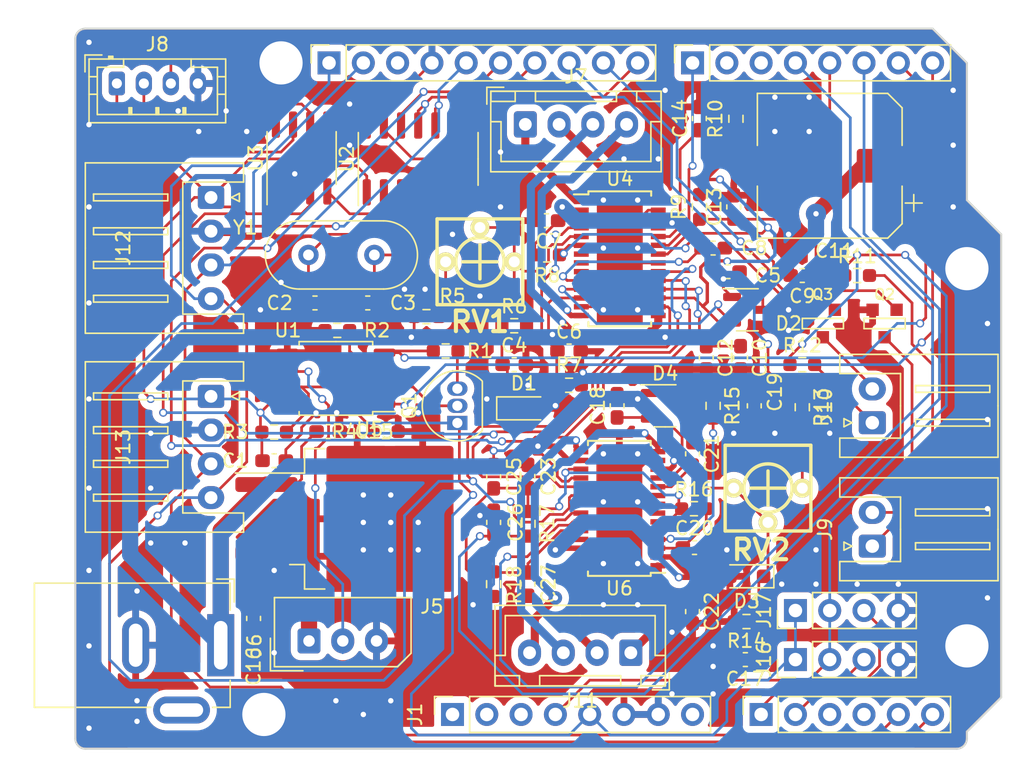
<source format=kicad_pcb>
(kicad_pcb (version 20221018) (generator pcbnew)
  (title_block (date "mar. 31 mars 2015"))
  (layers (0 "F.Cu" signal) (31 "B.Cu" signal) (34 "B.Paste" user) (35 "F.Paste" user) (36 "B.SilkS" user "B.Silkscreen") (37 "F.SilkS" user "F.Silkscreen") (38 "B.Mask" user) (39 "F.Mask" user) (44 "Edge.Cuts" user))
  (net 0 "")
  (net 1 "GND")
  (net 2 "+5V")
  (net 3 "/IOREF")
  (net 4 "/A0")
  (net 5 "/A1")
  (net 6 "/A2")
  (net 7 "/A3")
  (net 8 "/SDA{slash}A4")
  (net 9 "/SCL{slash}A5")
  (net 10 "/13")
  (net 11 "/12")
  (net 12 "/AREF")
  (net 13 "/8")
  (net 14 "/7")
  (net 15 "/*11")
  (net 16 "/*10")
  (net 17 "/*9")
  (net 18 "/4")
  (net 19 "/*6")
  (net 20 "/*5")
  (net 21 "/TX{slash}1")
  (net 22 "/*3")
  (net 23 "/RX{slash}0")
  (net 24 "+3V3")
  (net 25 "VCC")
  (net 26 "/~{RESET}")
  (net 27 "VS")
  (net 28 "/*STBY")
  (net 29 "+3V0")
  (net 30 "Net-(D1-K)")
  (net 31 "/OUT1A")
  (net 32 "/OUT2A")
  (net 33 "/*FLAG")
  (net 34 "/STCK")
  (net 35 "/OUT2B")
  (net 36 "Net-(Q1-C)")
  (net 37 "Net-(Q1-B)")
  (net 38 "Net-(D2-K)")
  (net 39 "/OUT1B")
  (net 40 "+6V")
  (net 41 "Net-(J10-Pin_1)")
  (net 42 "Net-(J10-Pin_2)")
  (net 43 "Net-(D3-K)")
  (net 44 "Net-(D4-K)")
  (net 45 "Net-(U6-SW)")
  (net 46 "Net-(D4-common)")
  (net 47 "Net-(U6-CP)")
  (net 48 "/*BUSY2")
  (net 51 "/2OUT1A")
  (net 52 "/2OUT2A")
  (net 53 "/2OUT2B")
  (net 54 "/2OUT1B")
  (net 55 "Net-(U2-OSC2)")
  (net 56 "Net-(U2-OSC1)")
  (net 57 "Net-(U4-SW)")
  (net 58 "Net-(D2-common)")
  (net 59 "Net-(U4-CP)")
  (net 61 "Net-(J5-Pin_2)")
  (net 62 "Net-(J8-Pin_2)")
  (net 63 "Net-(J8-Pin_3)")
  (net 64 "Net-(J9-Pin_1)")
  (net 65 "Net-(J9-Pin_2)")
  (net 66 "Net-(U1-B)")
  (net 67 "Net-(R5-Pad2)")
  (net 68 "Net-(R13-Pad2)")
  (net 69 "Net-(U2-TXCAN)")
  (net 70 "Net-(U2-RXCAN)")
  (footprint "Connector_PinSocket_2.54mm:PinSocket_1x08_P2.54mm_Vertical" (layer "F.Cu") (at 127.94 97.46 90)
    (fp_text reference "J1")
    (fp_text value "Power")
  )
  (footprint "Connector_PinSocket_2.54mm:PinSocket_1x06_P2.54mm_Vertical" (layer "F.Cu") (at 150.8 97.46 90)
    (fp_text reference "J2" hide)
    (fp_text value "Analog")
  )
  (footprint "Connector_PinSocket_2.54mm:PinSocket_1x10_P2.54mm_Vertical" (layer "F.Cu") (at 118.796 49.2 90)
    (fp_text reference "J3" hide)
    (fp_text value "Digital/PWM")
  )
  (footprint "Connector_PinSocket_2.54mm:PinSocket_1x08_P2.54mm_Vertical" (layer "F.Cu") (at 145.72 49.2 90)
    (fp_text reference "J4" hide)
    (fp_text value "Digital/PWM")
  )
  (footprint "smart_glass:SOT23GDS" (layer "F.Cu") (at 155.372 68.504)
    (fp_text reference "Q3")
    (fp_text value "Q_NMOS_GSD")
  )
  (footprint "Resistor_SMD:R_0603_1608Metric_Pad0.98x0.95mm_HandSolder" (layer "F.Cu") (at 130.988 87.808 90)
    (fp_text reference "R18")
    (fp_text value "10K")
  )
  (footprint "Capacitor_SMD:C_0603_1608Metric_Pad1.08x0.95mm_HandSolder" (layer "F.Cu") (at 140.132 74.6 90)
    (fp_text reference "C18")
    (fp_text value "0.22u")
  )
  (footprint "Capacitor_SMD:C_0603_1608Metric_Pad1.08x0.95mm_HandSolder" (layer "F.Cu") (at 145.72 78.156 -90)
    (fp_text reference "C21")
    (fp_text value "0.01u")
  )
  (footprint "Capacitor_SMD:C_0603_1608Metric_Pad1.08x0.95mm_HandSolder" (layer "F.Cu") (at 114.732 78.664)
    (fp_text reference "C1")
    (fp_text value "0.1u")
  )
  (footprint "Resistor_SMD:R_0603_1608Metric_Pad0.98x0.95mm_HandSolder" (layer "F.Cu") (at 153.848 74.7035 -90)
    (fp_text reference "R13")
    (fp_text value "33K")
  )
  (footprint "Capacitor_SMD:C_0603_1608Metric_Pad1.08x0.95mm_HandSolder" (layer "F.Cu") (at 136.576 70.536)
    (fp_text reference "C6")
    (fp_text value "0.01u")
  )
  (footprint "Capacitor_SMD:C_0603_1608Metric_Pad1.08x0.95mm_HandSolder" (layer "F.Cu") (at 113.208 90.348 -90)
    (fp_text reference "C16")
    (fp_text value "0.1u")
  )
  (footprint "Resistor_SMD:R_0603_1608Metric_Pad0.98x0.95mm_HandSolder" (layer "F.Cu") (at 127.432 70.536)
    (fp_text reference "R1")
    (fp_text value "7.5K")
  )
  (footprint "Connector_JST:JST_XH_B4B-XH-A_1x04_P2.50mm_Vertical" (layer "F.Cu") (at 141.148 92.888 180)
    (fp_text reference "J11")
    (fp_text value "XH-4")
  )
  (footprint "Resistor_SMD:R_0603_1608Metric_Pad0.98x0.95mm_HandSolder" (layer "F.Cu") (at 114.732 76.543639)
    (fp_text reference "R3")
    (fp_text value "2.2K")
  )
  (footprint "Package_TO_SOT_SMD:TO-263-2" (layer "F.Cu") (at 121.806675 82.968966)
    (fp_text reference "U5")
    (fp_text value "L7806")
  )
  (footprint "Connector_JST:JST_XH_S4B-XH-A_1x04_P2.50mm_Horizontal" (layer "F.Cu") (at 110.054 59.166 -90)
    (fp_text reference "J12")
    (fp_text value "XH-4")
  )
  (footprint "Connector_JST:JST_XH_S2B-XH-A_1x02_P2.50mm_Horizontal" (layer "F.Cu") (at 159.034 84.994 90)
    (fp_text reference "J9")
    (fp_text value "XH-2")
  )
  (footprint "Resistor_SMD:R_0603_1608Metric_Pad0.98x0.95mm_HandSolder" (layer "F.Cu") (at 123.005269 76.506876)
    (fp_text reference "R4")
    (fp_text value "2.2K")
  )
  (footprint "Resistor_SMD:R_0603_1608Metric_Pad0.98x0.95mm_HandSolder" (layer "F.Cu") (at 119.4075 69.012)
    (fp_text reference "R2")
    (fp_text value "20K")
  )
  (footprint "smart_glass:SOT23GDS" (layer "F.Cu") (at 159.944 68.504)
    (fp_text reference "Q2")
    (fp_text value "Q_NMOS_GSD")
  )
  (footprint "Resistor_SMD:R_0603_1608Metric_Pad0.98x0.95mm_HandSolder" (layer "F.Cu") (at 157.912 64.948)
    (fp_text reference "R11")
    (fp_text value "100R")
  )
  (footprint "Resistor_SMD:R_0603_1608Metric_Pad0.98x0.95mm_HandSolder" (layer "F.Cu") (at 146.228 59.868 -90)
    (fp_text reference "R9")
    (fp_text value "10K")
  )
  (footprint "Resistor_SMD:R_0603_1608Metric_Pad0.98x0.95mm_HandSolder" (layer "F.Cu") (at 132.512 68.66762)
    (fp_text reference "R6")
    (fp_text value "8.2K")
  )
  (footprint "Package_TO_SOT_SMD:SOT-23-3" (layer "F.Cu") (at 149.784 67.488)
    (fp_text reference "D2")
    (fp_text value "BAV99")
  )
  (footprint "Package_SO:SOIC-8_3.9x4.9mm_P1.27mm" (layer "F.Cu") (at 116.764 56.247 90)
    (fp_text reference "U3")
    (fp_text value "MCP2542FD-E/SN")
  )
  (footprint "Capacitor_SMD:C_0603_1608Metric_Pad1.08x0.95mm_HandSolder" (layer "F.Cu") (at 150.292 74.6 90)
    (fp_text reference "C19")
    (fp_text value "0.01u")
  )
  (footprint "Capacitor_SMD:C_0603_1608Metric_Pad1.08x0.95mm_HandSolder" (layer "F.Cu") (at 145.864474 85.097479)
    (fp_text reference "C20")
    (fp_text value "100p")
  )
  (footprint "Capacitor_SMD:C_0603_1608Metric_Pad1.08x0.95mm_HandSolder" (layer "F.Cu") (at 153.848 64.948 180)
    (fp_text reference "C9")
    (fp_text value "0.1u")
  )
  (footprint "Capacitor_SMD:CP_Elec_10x10.5" (layer "F.Cu") (at 155.88 56.82 180)
    (fp_text reference "C11")
    (fp_text value "100u")
  )
  (footprint "Resistor_SMD:R_0603_1608Metric_Pad0.98x0.95mm_HandSolder" (layer "F.Cu") (at 147.244 74.6 -90)
    (fp_text reference "R15")
    (fp_text value "NM/100R")
  )
  (footprint "Connector_PinHeader_2.54mm:PinHeader_1x04_P2.54mm_Vertical" (layer "F.Cu") (at 153.34 89.762 90)
    (fp_text reference "J17")
    (fp_text value "PinHeader-4")
  )
  (footprint "Connector_JST:JST_XH_B4B-XH-A_1x04_P2.50mm_Vertical" (layer "F.Cu") (at 133.334 53.755)
    (fp_text reference "J7")
    (fp_text value "XH-4")
  )
  (footprint "Capacitor_SMD:C_0603_1608Metric_Pad1.08x0.95mm_HandSolder" (layer "F.Cu") (at 147.244 62.916 180)
    (fp_text reference "C8")
    (fp_text value "0.01u")
  )
  (footprint "Capacitor_SMD:C_0603_1608Metric_Pad1.08x0.95mm_HandSolder" (layer "F.Cu") (at 149.276 71.044 -90)
    (fp_text reference "C10")
    (fp_text value "0.1u")
  )
  (footprint "Package_SO:SOIC-14_3.9x8.7mm_P1.27mm" (layer "F.Cu") (at 125.4 56.312 90)
    (fp_text reference "U2")
    (fp_text value "MCP2517FD-xSL")
  )
  (footprint "Capacitor_SMD:C_0603_1608Metric_Pad1.08x0.95mm_HandSolder" (layer "F.Cu") (at 148.339557 64.664663 180)
    (fp_text reference "C5")
    (fp_text value "0.22u")
  )
  (footprint "Connector_BarrelJack:BarrelJack_GCT_DCJ200-10-A_Horizontal" (layer "F.Cu") (at 110.772926 92.332567 -90)
    (fp_text reference "J6")
    (fp_text value "Jack-DC")
  )
  (footprint "Capacitor_SMD:C_0603_1608Metric_Pad1.08x0.95mm_HandSolder" (layer "F.Cu") (at 130.988 83.236 90)
    (fp_text reference "C26")
    (fp_text value "100p")
  )
  (footprint "smart_glass:GF063_VR" (layer "F.Cu") (at 151.308 81.966 180)
    (fp_text reference "RV2")
    (fp_text value "200K")
  )
  (footprint "Diode_SMD:D_SOD-323_HandSoldering" (layer "F.Cu") (at 133.224637 74.787833)
    (fp_text reference "D1")
    (fp_text value "3.6V")
  )
  (footprint "Capacitor_SMD:C_0603_1608Metric_Pad1.08x0.95mm_HandSolder" (layer "F.Cu") (at 132.512 71.552)
    (fp_text reference "C4")
    (fp_text value "0.01u")
  )
  (footprint "Arduino_MountingHole:MountingHole_3.2mm" (layer "F.Cu") (at 115.24 49.2)
    (fp_text reference "MH1" hide)
    (fp_text value "MountingHole_3.2mm" hide)
  )
  (footprint "Package_SO:HTSSOP-28-1EP_4.4x9.7mm_P0.65mm_EP3.4x9.5mm" (layer "F.Cu") (at 140.298 82.22 180)
    (fp_text reference "U6")
    (fp_text value "L6470H")
  )
  (footprint "Connector_JST:JST_XH_S2B-XH-A_1x02_P2.50mm_Horizontal" (layer "F.Cu") (at 159.034 75.85 90)
    (fp_text reference "J10")
    (fp_text value "XH-2")
  )
  (footprint "Resistor_SMD:R_0603_1608Metric_Pad0.98x0.95mm_HandSolder" (layer "F.Cu") (at 148.933474 53.341041 -90)
    (fp_text reference "R10")
    (fp_text value "10K")
  )
  (footprint "Package_SO:HTSSOP-28-1EP_4.4x9.7mm_P0.65mm_EP3.4x9.5mm" (layer "F.Cu") (at 140.33 63.688)
    (fp_text reference "U4")
    (fp_text value "L6470H")
  )
  (footprint "Connector_JST:JST_PH_B4B-PH-K_1x04_P2.00mm_Vertical" (layer "F.Cu") (at 103.08 50.724)
    (fp_text reference "J8")
    (fp_text value "PH-4")
  )
  (footprint "Resistor_SMD:R_0603_1608Metric_Pad0.98x0.95mm_HandSolder" (layer "F.Cu") (at 145.8235 82.22)
    (fp_text reference "R16")
    (fp_text value "10K")
  )
  (footprint "Capacitor_SMD:C_0603_1608Metric_Pad1.08x0.95mm_HandSolder" (layer "F.Cu") (at 145.72 89.84 -90)
    (fp_text reference "C22")
    (fp_text value "0.1u")
  )
  (footprint "Package_TO_SOT_SMD:SOT-23-3" (layer "F.Cu") (at 143.688 74.6)
    (fp_text reference "D4")
    (fp_text value "BAV99")
  )
  (footprint "Package_SO:SOIC-8_5.23x5.23mm_P1.27mm" (layer "F.Cu") (at 119.304 72.568 180)
    (fp_text reference "U1")
    (fp_text value "MAX485E")
  )
  (footprint "Capacitor_SMD:C_0603_1608Metric_Pad1.08x0.95mm_HandSolder" (layer "F.Cu") (at 146.736 71.044 -90)
    (fp_text reference "C12")
    (fp_text value "4.7u")
  )
  (footprint "Capacitor_SMD:C_0603_1608Metric_Pad1.08x0.95mm_HandSolder" (layer "F.Cu") (at 146.228 53.320526 90)
    (fp_text reference "C14")
    (fp_text value "100p")
  )
  (footprint "Diode_SMD:D_SOD-323_HandSoldering" (layer "F.Cu") (at 149.732296 87.227686 180)
    (fp_text reference "D3")
    (fp_text value "3.6V")
  )
  (footprint "Resistor_SMD:R_0603_1608Metric_Pad0.98x0.95mm_HandSolder" (layer "F.Cu") (at 133.528 83.3395 -90)
    (fp_text reference "R17")
    (fp_text value "10K")
  )
  (footprint "Resistor_SMD:R_0603_1608Metric_Pad0.98x0.95mm_HandSolder" (layer "F.Cu") (at 153.848 71.552)
    (fp_text reference "R12")
    (fp_text value "100R")
  )
  (footprint "smart_glass:GF063_VR" (layer "F.Cu") (at 129.972 62.662)
    (fp_text reference "RV1")
    (fp_text value "200K")
  )
  (footprint "Crystal:Crystal_HC49-U_Vertical" (layer "F.Cu") (at 122.152 63.424 180)
    (fp_text reference "Y1")
    (fp_text value "20MHz")
  )
  (footprint "Capacitor_SMD:C_0603_1608Metric_Pad1.08x0.95mm_HandSolder" (layer "F.Cu") (at 118.734573 76.506876)
    (fp_text reference "C15")
    (fp_text value "0.33u")
  )
  (footprint "Capacitor_SMD:C_0603_1608Metric_Pad1.08x0.95mm_HandSolder" (layer "F.Cu") (at 121.663196 66.98)
    (fp_text reference "C3")
    (fp_text value "22p")
  )
  (footprint "Resistor_SMD:R_0603_1608Metric_Pad0.98x0.95mm_HandSolder" (layer "F.Cu") (at 126.0115 67.996)
    (fp_text reference "R5")
    (fp_text value "33K")
  )
  (footprint "Resistor_SMD:R_0603_1608Metric_Pad0.98x0.95mm_HandSolder" (layer "F.Cu") (at 136.576 73.076 180)
    (fp_text reference "R7")
    (fp_text value "NM/100R")
  )
  (footprint "Connector_Molex:Molex_SPOX_5267-03A_1x03_P2.50mm_Vertical" (layer "F.Cu") (at 117.312 92.014)
    (fp_text reference "J5")
    (fp_text value "FeetechSTS")
  )
  (footprint "Package_TO_SOT_THT:TO-92_Inline" (layer "F.Cu") (at 128.3 75.87 90)
    (fp_text reference "Q1")
    (fp_text value "2SA1015")
  )
  (footprint "Capacitor_SMD:C_0603_1608Metric_Pad1.08x0.95mm_HandSolder" (layer "F.Cu") (at 130.988 79.850847 90)
    (fp_text reference "C25")
    (fp_text value "4.7u")
  )
  (footprint "Arduino_MountingHole:MountingHole_3.2mm" (layer "F.Cu") (at 113.97 97.46)
    (fp_text reference "MH2" hide)
    (fp_text value "MountingHole_3.2mm" hide)
  )
  (footprint "Connector_PinHeader_2.54mm:PinHeader_1x04_P2.54mm_Vertical" (layer "F.Cu") (at 153.34 93.396 90)
    (fp_text reference "J16")
    (fp_text value "PinHeader-4")
  )
  (footprint "Capacitor_SMD:C_0603_1608Metric_Pad1.08x0.95mm_HandSolder" (layer "F.Cu") (at 133.528 79.8335 90)
    (fp_text reference "C23")
    (fp_text value "0.1u")
  )
  (footprint "Resistor_SMD:R_0603_1608Metric_Pad0.98x0.95mm_HandSolder" (layer "F.Cu") (at 149.7155 90.578 180)
    (fp_text reference "R14")
    (fp_text value "8.2K")
  )
  (footprint "Arduino_MountingHole:MountingHole_3.2mm" (layer "F.Cu") (at 166.04 64.44)
    (fp_text reference "MH3" hide)
    (fp_text value "MountingHole_3.2mm" hide)
  )
  (footprint "Connector_JST:JST_XH_S4B-XH-A_1x04_P2.50mm_Horizontal" (layer "F.Cu") (at 110.054 73.898 -90)
    (fp_text reference "J13")
    (fp_text value "XH-4")
  )
  (footprint "Arduino_MountingHole:MountingHole_3.2mm" (layer "F.Cu") (at 166.04 92.38)
    (fp_text reference "MH4" hide)
    (fp_text value "MountingHole_3.2mm" hide)
  )
  (footprint "Capacitor_SMD:C_0603_1608Metric_Pad1.08x0.95mm_HandSolder" (layer "F.Cu") (at 133.528 87.808 -90)
    (fp_text reference "C27")
    (fp_text value "100p")
  )
  (footprint "Resistor_SMD:R_0603_1608Metric_Pad0.98x0.95mm_HandSolder" (layer "F.Cu") (at 134.9485 63.424 180)
    (fp_text reference "R8")
    (fp_text value "10K")
  )
  (footprint "Capacitor_SMD:C_0603_1608Metric_Pad1.08x0.95mm_HandSolder" (layer "F.Cu") (at 134.902375 60.884 180)
    (fp_text reference "C7")
    (fp_text value "100p")
  )
  (footprint "Capacitor_SMD:C_0603_1608Metric_Pad1.08x0.95mm_HandSolder" (layer "F.Cu") (at 148.768 59.868 90)
    (fp_text reference "C13")
    (fp_text value "100p")
  )
  (footprint "Capacitor_SMD:C_0603_1608Metric_Pad1.08x0.95mm_HandSolder" (layer "F.Cu") (at 149.6305 93.396 180)
    (fp_text reference "C17")
    (fp_text value "0.01u")
  )
  (footprint "Capacitor_SMD:C_0603_1608Metric_Pad1.08x0.95mm_HandSolder" (layer "F.Cu") (at 117.755598 66.98 180)
    (fp_text reference "C2")
    (fp_text value "22p")
  )
  (gr_line (start 166.04 59.36) (end 168.58 61.9) (stroke (width 0.15)) (layer "Edge.Cuts"))
  (gr_line (start 100 99.238) (end 100 47.422) (stroke (width 0.15)) (layer "Edge.Cuts"))
  (gr_line (start 168.58 61.9) (end 168.58 96.19) (stroke (width 0.15)) (layer "Edge.Cuts"))
  (gr_line (start 165.278 100) (end 100.762 100) (stroke (width 0.15)) (layer "Edge.Cuts"))
  (gr_line (start 100.762 46.66) (end 163.5 46.66) (stroke (width 0.15)) (layer "Edge.Cuts"))
  (gr_arc (start 100.762 100) (mid 100.223185 99.776815) (end 100 99.238) (stroke (width 0.15)) (layer "Edge.Cuts"))
  (gr_line (start 168.58 96.19) (end 166.04 98.73) (stroke (width 0.15)) (layer "Edge.Cuts"))
  (gr_line (start 163.5 46.66) (end 166.04 49.2) (stroke (width 0.15)) (layer "Edge.Cuts"))
  (gr_arc (start 166.04 99.238) (mid 165.816815 99.776815) (end 165.278 100) (stroke (width 0.15)) (layer "Edge.Cuts"))
  (gr_line (start 166.04 49.2) (end 166.04 59.36) (stroke (width 0.15)) (layer "Edge.Cuts"))
  (gr_line (start 166.04 98.73) (end 166.04 99.238) (stroke (width 0.15)) (layer "Edge.Cuts"))
  (gr_arc (start 100 47.422) (mid 100.223185 46.883185) (end 100.762 46.66) (stroke (width 0.15)) (layer "Edge.Cuts"))
  (segment (start 119.359073 76.268876) (end 119.597073 76.506876) (width 0.2) (layer "F.Cu") (net 1))
  (segment (start 114.732 61.9) (end 115.704 62.872) (width 0.25) (layer "F.Cu") (net 1))
  (segment (start 140.655 64.013) (end 140.33 63.688) (width 0.2) (layer "F.Cu") (net 1))
  (segment (start 133.528 73.841196) (end 133.528 68.77112) (width 0.2) (layer "F.Cu") (net 1))
  (segment (start 115.5945 77.841279) (end 116.764 76.671779) (width 0.2) (layer "F.Cu") (net 1))
  (segment (start 140.298 83.695) (end 140.298 82.22) (width 0.2) (layer "F.Cu") (net 1))
  (segment (start 154.483 67.488) (end 152.832 67.488) (width 0.2) (layer "F.Cu") (net 1))
  (segment (start 143.18 64.013) (end 140.655 64.013) (width 0.2) (layer "F.Cu") (net 1))
  (segment (start 129.972 82.728) (end 130.3265 82.3735) (width 0.2) (layer "F.Cu") (net 1))
  (segment (start 115.704 62.872) (end 115.704 70.663) (width 0.25) (layer "F.Cu") (net 1))
  (segment (start 143.148 81.245) (end 141.273 81.245) (width 0.2) (layer "F.Cu") (net 1))
  (segment (start 116.078098 69.52) (end 115.748 69.52) (width 0.2) (layer "F.Cu") (net 1))
  (segment (start 137.448 85.795) (end 138.198 85.795) (width 0.2) (layer "F.Cu") (net 1))
  (segment (start 110.054 61.666) (end 110.288 61.9) (width 0.25) (layer "F.Cu") (net 1))
  (segment (start 150.292 69.012) (end 150.292 73.7375) (width 0.2) (layer "F.Cu") (net 1))
  (segment (start 134.474637 74.787833) (end 133.528 73.841196) (width 0.2) (layer "F.Cu") (net 1))
  (segment (start 139.355 64.663) (end 140.33 63.688) (width 0.2) (layer "F.Cu") (net 1))
  (segment (start 142.398 78.645) (end 140.298 80.745) (width 0.2) (layer "F.Cu") (net 1))
  (segment (start 140.33 65.163) (end 140.33 63.688) (width 0.2) (layer "F.Cu") (net 1))
  (segment (start 133.510653 78.988347) (end 133.528 78.971) (width 0.2) (layer "F.Cu") (net 1))
  (segment (start 141.273 81.245) (end 140.298 82.22) (width 0.2) (layer "F.Cu") (net 1))
  (segment (start 126.416 49.2) (end 123.368 52.248) (width 0.2) (layer "F.Cu") (net 1))
  (segment (start 130.3265 82.3735) (end 130.988 82.3735) (width 0.2) (layer "F.Cu") (net 1))
  (segment (start 151.308 69.012) (end 150.292 69.012) (width 0.2) (layer "F.Cu") (net 1))
  (segment (start 152.832 67.488) (end 151.308 69.012) (width 0.2) (layer "F.Cu") (net 1))
  (segment (start 115.5945 78.664) (end 115.5945 77.841279) (width 0.2) (layer "F.Cu") (net 1))
  (segment (start 137.48 64.663) (end 139.355 64.663) (width 0.2) (layer "F.Cu") (net 1))
  (segment (start 138.23 67.263) (end 140.33 65.163) (width 0.2) (layer "F.Cu") (net 1))
  (segment (start 135.356703 74.787833) (end 134.474637 74.787833) (width 0.2) (layer "F.Cu") (net 1))
  (segment (start 123.368 52.248) (end 120.32 52.248) (width 0.2) (layer "F.Cu") (net 1))
  (segment (start 133.528 68.77112) (end 133.4245 68.66762) (width 0.2) (layer "F.Cu") (net 1))
  (segment (start 118.618098 66.98) (end 116.078098 69.52) (width 0.2) (layer "F.Cu") (net 1))
  (segment (start 116.129 58.722) (end 116.129 57.5465) (width 0.2) (layer "F.Cu") (net 1))
  (segment (start 140.298 80.745) (end 140.298 82.22) (width 0.2) (layer "F.Cu") (net 1))
  (segment (start 139.973 81.895) (end 140.298 82.22) (width 0.2) (layer "F.Cu") (net 1))
  (segment (start 116.764 76.196788) (end 117.832834 75.127954) (width 0.2) (layer "F.Cu") (net 1))
  (segment (start 137.448 81.895) (end 139.973 81.895) (width 0.2) (layer "F.Cu") (net 1))
  (segment (start 138.198 85.795) (end 140.298 83.695) (width 0.2) (layer "F.Cu") (net 1))
  (segment (start 143.148 78.645) (end 142.398 78.645) (width 0.2) (layer "F.Cu") (net 1))
  (segment (start 119.359073 75.108) (end 119.359073 76.268876) (width 0.2) (layer "F.Cu") (net 1))
  (segment (start 143.18 60.113) (end 142.43 60.113) (width 0.2) (layer "F.Cu") (net 1))
  (segment (start 130.988 77.923) (end 130.988 78.988347) (width 0.2) (layer "F.Cu") (net 1))
  (segment (start 116.129 57.5465) (end 116.256 57.4195) (width 0.2) (layer "F.Cu") (net 1))
  (segment (start 137.48 67.263) (end 138.23 67.263) (width 0.2) (layer "F.Cu") (net 1))
  (segment (start 110.288 61.9) (end 114.732 61.9) (width 0.25) (layer "F.Cu") (net 1))
  (segment (start 130.988 78.988347) (end 133.510653 78.988347) (width 0.2) (layer "F.Cu") (net 1))
  (segment (start 116.764 76.671779) (end 116.764 76.196788) (width 0.2) (layer "F.Cu") (net 1))
  (segment (start 140.33 62.213) (end 140.33 63.688) (width 0.2) (layer "F.Cu") (net 1))
  (segment (start 142.43 60.113) (end 140.33 62.213) (width 0.2) (layer "F.Cu") (net 1))
  (segment (start 135.56 74.584536) (end 135.356703 74.787833) (width 0.2) (layer "F.Cu") (net 1))
  (via (at 121.336 83.236) (size 0.6) (drill 0.4) (layers "F.Cu" "B.Cu") (net 1))
  (via (at 129.972 82.728) (size 0.6) (drill 0.4) (layers "F.Cu" "B.Cu") (net 1))
  (via (at 160.96 87.808) (size 0.6) (drill 0.4) (layers "F.Cu" "B.Cu") (net 1))
  (via (at 152.324 87.808) (size 0.6) (drill 0.4) (layers "F.Cu" "B.Cu") (net 1))
  (via (at 141.656 86.284) (size 0.6) (drill 0.4) (layers "F.Cu" "B.Cu") (net 1))
  (via (at 165.024 51.232) (size 0.6) (drill 0.4) (layers "F.Cu" "B.Cu") (net 1))
  (via (at 130.988 77.923) (size 0.6) (drill 0.4) (layers "F.Cu" "B.Cu") (net 1))
  (via (at 125.4 75.108) (size 0.6) (drill 0.4) (layers "F.Cu" "B.Cu") (net 1))
  (via (at 117.832834 75.127954) (size 0.6) (drill 0.4) (layers "F.Cu" "B.Cu") (net 1))
  (via (at 148.768 76.632) (size 0.6) (drill 0.4) (layers "F.Cu" "B.Cu") (net 1))
  (via (at 104.572 97.968) (size 0.6) (drill 0.4) (layers "F.Cu" "B.Cu") (net 1))
  (via (at 101.016 47.676) (size 0.6) (drill 0.4) (layers "F.Cu" "B.Cu") (net 1))
  (via (at 167.564 68.504) (size 0.6) (drill 0.4) (layers "F.Cu" "B.Cu") (net 1))
  (via (at 109.144 54.28) (size 0.6) (drill 0.4) (layers "F.Cu" "B.Cu") (net 1))
  (via (at 157.912 87.808) (size 0.6) (drill 0.4) (layers "F.Cu" "B.Cu") (net 1))
  (via (at 147.244 92.38) (size 0.6) (drill 0.4) (layers "F.Cu" "B.Cu") (net 1))
  (via (at 129.972 66.472) (size 0.6) (drill 0.4) (layers "F.Cu" "B.Cu") (net 1))
  (via (at 105.588 84.76) (size 0.6) (drill 0.4) (layers "F.Cu" "B.Cu") (net 1))
  (via (at 141.656 62.916) (size 0.6) (drill 0.4) (layers "F.Cu" "B.Cu") (net 1))
  (via (at 133.528 73.076) (size 0.6) (drill 0.4) (layers "F.Cu" "B.Cu") (net 1))
  (via (at 101.016 80.696) (size 0.6) (drill 0.4) (layers "F.Cu" "B.Cu") (net 1))
  (via (at 111.176 52.756) (size 0.6) (drill 0.4) (layers "F.Cu" "B.Cu") (net 1))
  (via (at 151.816 51.74) (size 0.6) (drill 0.4) (layers "F.Cu" "B.Cu") (net 1))
  (via (at 131.496 59.868) (size 0.6) (drill 0.4) (layers "F.Cu" "B.Cu") (net 1))
  (via (at 139.116 86.284) (size 0.6) (drill 0.4) (layers "F.Cu" "B.Cu") (net 1))
  (via (at 125.4 83.236) (size 0.6) (drill 0.4) (layers "F.Cu" "B.Cu") (net 1))
  (via (at 101.016 66.98) (size 0.6) (drill 0.4) (layers "F.Cu" "B.Cu") (net 1))
  (via (at 101.016 98.476) (size 0.6) (drill 0.4) (layers "F.Cu" "B.Cu") (net 1))
  (via (at 101.016 92.38) (size 0.6) (drill 0.4) (layers "F.Cu" "B.Cu") (net 1))
  (via (at 101.016 59.868) (size 0.6) (drill 0.4) (layers "F.Cu" "B.Cu") (net 1))
  (via (at 143.688 51.232) (size 0.6) (drill 0.4) (layers "F.Cu" "B.Cu") (net 1))
  (via (at 148.26 85.268) (size 0.6) (drill 0.4) (layers "F.Cu" "B.Cu") (net 1))
  (via (at 127.94 61.9) (size 0.6) (drill 0.4) (layers "F.Cu" "B.Cu") (net 1))
  (via (at 141.656 89.332) (size 0.6) (drill 0.4) (layers "F.Cu" "B.Cu") (net 1))
  (via (at 123.368 96.444) (size 0.6) (drill 0.4) (layers "F.Cu" "B.Cu") (net 1))
  (via (at 165.024 55.296) (size 0.6) (drill 0.4) (layers "F.Cu" "B.Cu") (net 1))
  (via (at 104.572 88.316) (size 0.6) (drill 0.4) (layers "F.Cu" "B.Cu") (net 1))
  (via (at 104.572 96.444) (size 0.6) (drill 0.4) (layers "F.Cu" "B.Cu") (net 1))
  (via (at 167.564 88.824) (size 0.6) (drill 0.4) (layers "F.Cu" "B.Cu") (net 1))
  (via (at 139.116 89.332) (size 0.6) (drill 0.4) (layers "F.Cu" "B.Cu") (net 1))
  (via (at 108.128 84.76) (size 0.6) (drill 0.4) (layers "F.Cu" "B.Cu") (net 1))
  (via (at 147.244 95.936) (size 0.6) (drill 0.4) (layers "F.Cu" "B.Cu") (net 1))
  (via (at 167.564 82.22) (size 0.6) (drill 0.4) (layers "F.Cu" "B.Cu") (net 1))
  (via (at 130.48 74.092) (size 0.6) (drill 0.4) (layers "F.Cu" "B.Cu") (net 1))
  (via (at 112.7 54.28) (size 0.6) (drill 0.4) (layers "F.Cu" "B.Cu") (net 1))
  (via (at 167.564 75.616) (size 0.6) (drill 0.4) (layers "F.Cu" "B.Cu") (net 1))
  (via (at 139.116 78.156) (size 0.6) (drill 0.4) (layers "F.Cu" "B.Cu") (net 1))
  (via (at 105.588 76.632) (size 0.6) (drill 0.4) (layers "F.Cu" "B.Cu") (net 1))
  (via (at 101.016 53.772) (size 0.6) (drill 0.4) (layers "F.Cu" "B.Cu") (net 1))
  (via (at 123.368 81.204) (size 0.6) (drill 0.4) (layers "F.Cu" "B.Cu") (net 1))
  (via (at 131.496 55.804) (size 0.6) (drill 0.4) (layers "F.Cu" "B.Cu") (net 1))
  (via (at 144.196 91.364) (size 0.6) (drill 0.4) (layers "F.Cu" "B.Cu") (net 1))
  (via (at 139.116 81.712) (size 0.6) (drill 0.4) (layers "F.Cu" "B.Cu") (net 1))
  (via (at 105.588 80.696) (size 0.6) (drill 0.4) (layers "F.Cu" "B.Cu") (net 1))
  (via (at 143.18 56.312) (size 0.6) (drill 0.4) (layers "F.Cu" "B.Cu") (net 1))
  (via (at 114.732 92.888) (size 0.6) (drill 0.4) (layers "F.Cu" "B.Cu") (net 1))
  (via (at 114.732 86.792) (size 0.6) (drill 0.4) (layers "F.Cu" "B.Cu") (net 1))
  (via (at 154.864 85.268) (size 0.6) (drill 0.4) (layers "F.Cu" "B.Cu") (net 1))
  (via (at 120.32 52.248) (size 0.6) (drill 0.4) (layers "F.Cu" "B.Cu") (net 1))
  (via (at 125.4 85.268) (size 0.6) (drill 0.4) (layers "F.Cu" "B.Cu") (net 1))
  (via (at 121.336 97.46) (size 0.6) (drill 0.4) (layers "F.Cu" "B.Cu") (net 1))
  (via (at 121.336 85.268) (size 0.6) (drill 0.4) (layers "F.Cu" "B.Cu") (net 1))
  (via (at 101.016 86.792) (size 0.6) (drill 0.4) (layers "F.Cu" "B.Cu") (net 1))
  (via (at 125.908 65.964) (size 0.6) (drill 0.4) (layers "F.Cu" "B.Cu") (net 1))
  (via (at 139.116 62.916) (size 0.6) (drill 0.4) (layers "F.Cu" "B.Cu") (net 1))
  (via (at 129.464 89.332) (size 0.6) (drill 0.4) (layers "F.Cu" "B.Cu") (net 1))
  (via (at 151.816 76.632) (size 0.6) (drill 0.4) (layers "F.Cu" "B.Cu") (net 1))
  (via (at 151.816 54.28) (size 0.6) (drill 0.4) (layers "F.Cu" "B.Cu") (net 1))
  (via (at 139.116 67.488) (size 0.6) (drill 0.4) (layers "F.Cu" "B.Cu") (net 1))
  (via (at 152.832 61.9) (size 0.6) (drill 0.4) (layers "F.Cu" "B.Cu") (net 1))
  (via (at 107.62 52.756) (size 0.6) (drill 0.4) (layers "F.Cu" "B.Cu") (net 1))
  (via (at 139.116 59.36) (size 0.6) (drill 0.4) (layers "F.Cu" "B.Cu") (net 1))
  (via (at 115.24 65.456) (size 0.6) (drill 0.4) (layers "F.Cu" "B.Cu") (net 1))
  (via (at 135.56 74.584536) (size 0.6) (drill 0.4) (layers "F.Cu" "B.Cu") (net 1))
  (via (at 124.384 65.964) (size 0.6) (drill 0.4) (layers "F.Cu" "B.Cu") (net 1))
  (via (at 120.32 55.296) (size 0.6) (drill 0.4) (layers "F.Cu" "B.Cu") (net 1))
  (via (at 141.656 81.712) (size 0.6) (drill 0.4) (layers "F.Cu" "B.Cu") (net 1))
  (via (at 121.336 81.204) (size 0.6) (drill 0.4) (layers "F.Cu" "B.Cu") (net 1))
  (via (at 123.368 83.236) (size 0.6) (drill 0.4) (layers "F.Cu" "B.Cu") (net 1))
  (via (at 141.656 59.36) (size 0.6) (drill 0.4) (layers "F.Cu" "B.Cu") (net 1))
  (via (at 141.656 67.488) (size 0.6) (drill 0.4) (layers "F.Cu" "B.Cu") (net 1))
  (via (at 101.016 74.092) (size 0.6) (drill 0.4) (layers "F.Cu" "B.Cu") (net 1))
  (via (at 165.024 59.868) (size 0.6) (drill 0.4) (layers "F.Cu" "B.Cu") (net 1))
  (via (at 154.356 51.74) (size 0.6) (drill 0.4) (layers "F.Cu" "B.Cu") (net 1))
  (via (at 152.832 67.488) (size 0.6) (drill 0.4) (layers "F.Cu" "B.Cu") (net 1))
  (via (at 154.864 87.808) (size 0.6) (drill 0.4) (layers "F.Cu" "B.Cu") (net 1))
  (via (at 137.592 72.1515) (size 0.6) (drill 0.4) (layers "F.Cu" "B.Cu") (net 1))
  (via (at 113.716 67.488) (size 0.6) (drill 0.4) (layers "F.Cu" "B.Cu") (net 1))
  (via (at 140.64 56.312) (size 0.6) (drill 0.4) (layers "F.Cu" "B.Cu") (net 1))
  (via (at 155.88 76.632) (size 0.6) (drill 0.4) (layers "F.Cu" "B.Cu") (net 1))
  (via (at 123.368 85.268) (size 0.6) (drill 0.4) (layers "F.Cu" "B.Cu") (net 1))
  (via (at 119.359073 75.108) (size 0.6) (drill 0.4) (layers "F.Cu" "B.Cu") (net 1))
  (via (at 119.304 96.444) (size 0.6) (drill 0.4) (layers "F.Cu" "B.Cu") (net 1))
  (via (at 147.244 93.904) (size 0.6) (drill 0.4) (layers "F.Cu" "B.Cu") (net 1))
  (via (at 154.356 54.28) (size 0.6) (drill 0.4) (layers "F.Cu" "B.Cu") (net 1))
  (via (at 116.256 57.4195) (size 0.6) (drill 0.4) (layers "F.Cu" "B.Cu") (net 1))
  (via (at 152.832 69.012) (size 0.6) (drill 0.4) (layers "F.Cu" "B.Cu") (net 1))
  (via (at 141.656 78.156) (size 0.6) (drill 0.4) (layers "F.Cu" "B.Cu") (net 1))
  (via (at 144.196 95.936) (size 0.6) (drill 0.4) (layers "F.Cu" "B.Cu") (net 1))
  (segment (start 120.32 52.248) (end 119.979471 52.248) (width 0.2) (layer "B.Cu") (net 1))
  (segment (start 130.988 77.923) (end 131.762198 77.923) (width 0.2) (layer "B.Cu") (net 1))
  (segment (start 135.56 74.584536) (end 135.56 74.1835) (width 0.2) (layer "B.Cu") (net 1))
  (segment (start 125.4 74.6) (end 125.4 75.108) (width 0.2) (layer "B.Cu") (net 1))
  (segment (start 141.656 89.332) (end 143.688 91.364) (width 0.2) (layer "B.Cu") (net 1))
  (segment (start 131.496 73.076) (end 130.988 72.568) (width 0.2) (layer "B.Cu") (net 1))
  (segment (start 130.48 72.06) (end 127.94 72.06) (width 0.2) (layer "B.Cu") (net 1))
  (segment (start 127.94 72.06) (end 125.4 74.6) (width 0.2) (layer "B.Cu") (net 1))
  (segment (start 130.988 83.744) (end 130.988 87.808) (width 0.2) (layer "B.Cu") (net 1))
  (segment (start 117.832834 75.127954) (end 119.339119 75.127954) (width 0.2) (layer "B.Cu") (net 1))
  (segment (start 135.56 74.1835) (end 137.592 72.1515) (width 0.2) (layer "B.Cu") (net 1))
  (segment (start 131.762198 77.923) (end 132.512 77.173198) (width 0.2) (layer "B.Cu") (net 1))
  (segment (start 130.988 77.923) (end 131.087411 77.923) (width 0.2) (layer "B.Cu") (net 1))
  (segment (start 130.988 87.808) (end 129.464 89.332) (width 0.2) (layer "B.Cu") (net 1))
  (segment (start 120.32 52.248) (end 120.32 55.296) (width 0.2) (layer "B.Cu") (net 1))
  (segment (start 133.528 73.076) (end 131.496 73.076) (width 0.2) (layer "B.Cu") (net 1))
  (segment (start 130.988 72.568) (end 130.48 72.06) (width 0.2) (layer "B.Cu") (net 1))
  (segment (start 119.339119 75.127954) (end 119.359073 75.108) (width 0.2) (layer "B.Cu") (net 1))
  (segment (start 119.979471 52.248) (end 116.256 55.971471) (width 0.2) (layer "B.Cu") (net 1))
  (segment (start 143.688 91.364) (end 144.196 91.364) (width 0.2) (layer "B.Cu") (net 1))
  (segment (start 129.972 82.728) (end 130.988 83.744) (width 0.2) (layer "B.Cu") (net 1))
  (segment (start 132.512 77.173198) (end 132.512 76.124) (width 0.2) (layer "B.Cu") (net 1))
  (segment (start 116.256 55.971471) (end 116.256 57.4195) (width 0.2) (layer "B.Cu") (net 1))
  (segment (start 132.512 76.124) (end 130.48 74.092) (width 0.2) (layer "B.Cu") (net 1))
  (segment (start 116.764 60.376) (end 112.7 60.376) (width 0.2) (layer "F.Cu") (net 2))
  (segment (start 117.272 56.312) (end 118.669 54.915) (width 0.2) (layer "F.Cu") (net 2))
  (segment (start 110.054 59.166) (end 103.08 52.192) (width 0.2) (layer "F.Cu") (net 2))
  (segment (start 112.7 60.376) (end 112.192 59.868) (width 0.2) (layer "F.Cu") (net 2))
  (segment (start 113.716 75.108) (end 113.716 76.440139) (width 0.2) (layer "F.Cu") (net 2))
  (segment (start 118.669 53.772) (end 121.525 53.772) (width 0.2) (layer "F.Cu") (net 2))
  (segment (start 129.464 81.204) (end 128.448 80.188) (width 0.2) (layer "F.Cu") (net 2))
  (segment (start 117.399 58.722) (end 117.399 59.741) (width 0.2) (layer "F.Cu") (net 2))
  (segment (start 112.908 56.312) (end 117.272 56.312) (width 0.2) (layer "F.Cu") (net 2))
  (segment (start 113.8195 76.543639) (end 113.8195 78.614) (width 0.2) (layer "F.Cu") (net 2))
  (segment (start 112.192 59.868) (end 110.756 59.868) (width 0.2) (layer "F.Cu") (net 2))
  (segment (start 118.669 54.915) (end 118.669 53.772) (width 0.2) (layer "F.Cu") (net 2))
  (segment (start 110.054 59.166) (end 112.908 56.312) (width 0.2) (layer "F.Cu") (net 2))
  (segment (start 128.448 76.018) (end 128.3 75.87) (width 0.2) (layer "F.Cu") (net 2))
  (segment (start 121.525 53.772) (end 121.59 53.837) (width 0.2) (layer "F.Cu") (net 2))
  (segment (start 105.08 73.584) (end 105.588 74.092) (width 0.2) (layer "F.Cu") (net 2))
  (segment (start 117.399 59.741) (end 116.764 60.376) (width 0.2) (layer "F.Cu") (net 2))
  (segment (start 103.08 52.192) (end 103.08 50.724) (width 0.2) (layer "F.Cu") (net 2))
  (segment (start 113.716 76.440139) (end 113.8195 76.543639) (width 0.2) (layer "F.Cu") (net 2))
  (segment (start 113.8195 78.614) (end 113.8695 78.664) (width 0.2) (layer "F.Cu") (net 2))
  (segment (start 114.351 74.473) (end 115.704 74.473) (width 0.2) (layer "F.Cu") (net 2))
  (segment (start 128.448 80.188) (end 128.448 76.018) (width 0.2) (layer "F.Cu") (net 2))
  (segment (start 108.83 59.166) (end 105.08 62.916) (width 0.2) (layer "F.Cu") (net 2))
  (segment (start 105.08 62.916) (end 105.08 73.584) (width 0.2) (layer "F.Cu") (net 2))
  (segment (start 110.054 59.166) (end 108.83 59.166) (width 0.2) (layer "F.Cu") (net 2))
  (segment (start 113.716 75.108) (end 114.351 74.473) (width 0.2) (layer "F.Cu") (net 2))
  (segment (start 110.756 59.868) (end 110.054 59.166) (width 0.2) (layer "F.Cu") (net 2))
  (via (at 129.464 81.204) (size 0.6) (drill 0.4) (layers "F.Cu" "B.Cu") (net 2))
  (via (at 105.588 74.092) (size 0.6) (drill 0.4) (layers "F.Cu" "B.Cu") (net 2))
  (via (at 113.716 75.108) (size 0.6) (drill 0.4) (layers "F.Cu" "B.Cu") (net 2))
  (segment (start 127.94 92.888) (end 124.892 95.936) (width 0.2) (layer "B.Cu") (net 2))
  (segment (start 112.7 74.092) (end 110.248 74.092) (width 0.2) (layer "B.Cu") (net 2))
  (segment (start 114.478 75.87) (end 128.3 75.87) (width 0.2) (layer "B.Cu") (net 2))
  (segment (start 149.784 94.92) (end 151.308 94.92) (width 0.2) (layer "B.Cu") (net 2))
  (segment (start 113.716 75.108) (end 112.7 74.092) (width 0.2) (layer "B.Cu") (net 2))
  (segment (start 148.26 97.968) (end 148.26 96.444) (width 0.2) (layer "B.Cu") (net 2))
  (segment (start 124.892 95.936) (end 124.892 98.476) (width 0.2) (layer "B.Cu") (net 2))
  (segment (start 124.892 98.476) (end 125.4 98.984) (width 0.2) (layer "B.Cu") (net 2))
  (segment (start 152.832 93.396) (end 153.34 93.396) (width 0.2) (layer "B.Cu") (net 2))
  (segment (start 127.94 82.728) (end 127.94 92.888) (width 0.2) (layer "B.Cu") (net 2))
  (segment (start 151.308 94.92) (end 152.832 93.396) (width 0.2) (layer "B.Cu") (net 2))
  (segment (start 129.464 81.204) (end 127.94 82.728) (width 0.2) (layer "B.Cu") (net 2))
  (segment (start 138.1 97.46) (end 139.624 98.984) (width 0.2) (layer "B.Cu") (net 2))
  (segment (start 136.576 98.984) (end 138.1 97.46) (width 0.2) (layer "B.Cu") (net 2))
  (segment (start 147.244 98.984) (end 148.26 97.968) (width 0.2) (layer "B.Cu") (net 2))
  (segment (start 110.248 74.092) (end 110.054 73.898) (width 0.2) (layer "B.Cu") (net 2))
  (segment (start 105.588 74.092) (end 109.86 74.092) (width 0.2) (layer "B.Cu") (net 2))
  (segment (start 125.4 98.984) (end 136.576 98.984) (width 0.2) (layer "B.Cu") (net 2))
  (segment (start 139.624 98.984) (end 147.244 98.984) (width 0.2) (layer "B.Cu") (net 2))
  (segment (start 153.34 93.396) (end 153.34 89.762) (width 0.2) (layer "B.Cu") (net 2))
  (segment (start 148.26 96.444) (end 149.784 94.92) (width 0.2) (layer "B.Cu") (net 2))
  (segment (start 109.86 74.092) (end 110.054 73.898) (width 0.2) (layer "B.Cu") (net 2))
  (segment (start 113.716 75.108) (end 114.478 75.87) (width 0.2) (layer "B.Cu") (net 2))
  (segment (start 152.324 95.428) (end 150.8 96.952) (width 0.2) (layer "F.Cu") (net 4))
  (segment (start 156.388 95.428) (end 152.324 95.428) (width 0.2) (layer "F.Cu") (net 4))
  (segment (start 150.8 96.952) (end 150.8 97.46) (width 0.2) (layer "F.Cu") (net 4))
  (segment (start 158.42 93.396) (end 156.388 95.428) (width 0.2) (layer "F.Cu") (net 4))
  (segment (start 159.57 93.872346) (end 157.506346 95.936) (width 0.2) (layer "F.Cu") (net 5))
  (segment (start 154.864 95.936) (end 153.34 97.46) (width 0.2) (layer "F.Cu") (net 5))
  (segment (start 158.42 89.762) (end 159.57 90.912) (width 0.2) (layer "F.Cu") (net 5))
  (segment (start 159.57 90.912) (end 159.57 93.872346) (width 0.2) (layer "F.Cu") (net 5))
  (segment (start 157.506346 95.936) (end 154.864 95.936) (width 0.2) (layer "F.Cu") (net 5))
  (segment (start 108.128 76.972) (end 110.054 78.898) (width 0.2) (layer "F.Cu") (net 8))
  (segment (start 160.96 97.46) (end 159.436 98.984) (width 0.2) (layer "F.Cu") (net 8))
  (segment (start 108.128 66.092) (end 108.128 76.972) (width 0.2) (layer "F.Cu") (net 8))
  (segment (start 115.24 95.428) (end 109.968359 95.428) (width 0.2) (layer "F.Cu") (net 8))
  (segment (start 107.112 92.571641) (end 107.112 81.84) (width 0.2) (layer "F.Cu") (net 8))
  (segment (start 110.054 64.166) (end 108.128 66.092) (width 0.2) (layer "F.Cu") (net 8))
  (segment (start 109.968359 95.428) (end 107.112 92.571641) (width 0.2) (layer "F.Cu") (net 8))
  (segment (start 107.112 81.84) (end 110.054 78.898) (width 0.2) (layer "F.Cu") (net 8))
  (segment (start 159.436 98.984) (end 118.796 98.984) (width 0.2) (layer "F.Cu") (net 8))
  (segment (start 118.796 98.984) (end 115.24 95.428) (width 0.2) (layer "F.Cu") (net 8))
  (segment (start 121.336 49.2) (end 113.208 57.328) (width 0.2) (layer "B.Cu") (net 8))
  (segment (start 111.45 64.166) (end 110.054 64.166) (width 0.2) (layer "B.Cu") (net 8))
  (segment (start 113.208 62.408) (end 111.45 64.166) (width 0.2) (layer "B.Cu") (net 8))
  (segment (start 113.208 57.328) (end 113.208 62.408) (width 0.2) (layer "B.Cu") (net 8))
  (segment (start 112.7 68.504) (end 112.7 78.752) (width 0.2) (layer "F.Cu") (net 9))
  (segment (start 102.54 97.46) (end 102.54 86.284) (width 0.2) (layer "F.Cu") (net 9))
  (segment (start 102.54 86.284) (end 106.096 82.728) (width 0.2) (layer "F.Cu") (net 9))
  (segment (start 110.054 66.666) (end 110.862 66.666) (width 0.2) (layer "F.Cu") (net 9))
  (segment (start 112.7 78.752) (end 110.054 81.398) (width 0.2) (layer "F.Cu") (net 9))
  (segment (start 110.862 66.666) (end 112.7 68.504) (width 0.2) (layer "F.Cu") (net 9))
  (segment (start 104.572 99.492) (end 102.54 97.46) (width 0.2) (layer "F.Cu") (net 9))
  (segment (start 163.5 97.46) (end 161.468 99.492) (width 0.2) (layer "F.Cu") (net 9))
  (segment (start 161.468 99.492) (end 104.572 99.492) (width 0.2) (layer "F.Cu") (net 9))
  (via (at 106.096 82.728) (size 0.6) (drill 0.4) (layers "F.Cu" "B.Cu") (net 9))
  (segment (start 108.83 66.666) (end 110.054 66.666) (width 0.2) (layer "B.Cu") (net 9))
  (segment (start 107.112 58.344) (end 107.112 64.948) (width 0.2) (layer "B.Cu") (net 9))
  (segment (start 118.796 50.724) (end 112.7 56.82) (width 0.2) (layer "B.Cu") (net 9))
  (segment (start 106.096 82.728) (end 107.426 81.398) (width 0.2) (layer "B.Cu") (net 9))
  (segment (start 107.426 81.398) (end 110.054 81.398) (width 0.2) (layer "B.Cu") (net 9))
  (segment (start 107.112 64.948) (end 108.83 66.666) (width 0.2) (layer "B.Cu") (net 9))
  (segment (start 112.7 56.82) (end 108.636 56.82) (width 0.2) (layer "B.Cu") (net 9))
  (segment (start 118.796 49.2) (end 118.796 50.724) (width 0.2) (layer "B.Cu") (net 9))
  (segment (start 108.636 56.82) (end 107.112 58.344) (width 0.2) (layer "B.Cu") (net 9))
  (segment (start 133.02 76.524) (end 133.528 76.524) (width 0.2) (layer "F.Cu") (net 10))
  (segment (start 106.5125 75.108) (end 106.5125 63.456154) (width 0.2) (layer "F.Cu") (net 10))
  (segment (start 109.592654 60.376) (end 111.684 60.376) (width 0.2) (layer "F.Cu") (net 10))
  (segment (start 112.6085 61.3005) (end 119.304 61.3005) (width 0.2) (layer "F.Cu") (net 10))
  (segment (start 140.474315 70.644) (end 144.030314 70.644) (width 0.2) (layer "F.Cu") (net 10))
  (segment (start 129.464 77.648) (end 130.3885 76.7235) (width 0.2) (layer "F.Cu") (net 10))
  (segment (start 111.684 60.376) (end 112.6085 61.3005) (width 0.2) (layer "F.Cu") (net 10))
  (segment (start 145.1615 65.313) (end 143.18 65.313) (width 0.2) (layer "F.Cu") (net 10))
  (segment (start 145.212 65.3635) (end 145.1615 65.313) (width 0.2) (layer "F.Cu") (net 10))
  (segment (start 137.448 80.595) (end 135.909314 80.595) (width 0.2) (layer "F.Cu") (net 10))
  (segment (start 130.1505 79.8585) (end 129.464 79.172) (width 0.2) (layer "F.Cu") (net 10))
  (segment (start 135.172814 79.8585) (end 130.1505 79.8585) (width 0.2) (layer "F.Cu") (net 10))
  (segment (start 131.1875 76.524) (end 133.02 76.524) (width 0.2) (layer "F.Cu") (net 10))
  (segment (start 126.67 52.5935) (end 126.67 53.837) (width 0.2) (layer "F.Cu") (net 10))
  (segment (start 144.030314 70.644) (end 145.503839 69.170475) (width 0.2) (layer "F.Cu") (net 10))
  (segment (start 130.3885 76.7235) (end 130.988 76.7235) (width 0.2) (layer "F.Cu") (net 10))
  (segment (start 138.716 73.926314) (end 138.716 72.402314) (width 0.2) (layer "F.Cu") (net 10))
  (segment (start 130.988 76.7235) (end 131.1875 76.524) (width 0.2) (layer "F.Cu") (net 10))
  (segment (start 106.5125 63.456154) (end 109.592654 60.376) (width 0.2) (layer "F.Cu") (net 10))
  (segment (start 126.924 52.3395) (end 126.67 52.5935) (width 0.2) (layer "F.Cu") (net 10))
  (segment (start 145.503839 69.170475) (end 145.503839 67.504339) (width 0.2) (layer "F.Cu") (net 10))
  (segment (start 133.528 76.524) (end 136.118314 76.524) (width 0.2) (layer "F.Cu") (net 10))
  (segment (start 138.716 72.402314) (end 140.474315 70.644) (width 0.2) (layer "F.Cu") (net 10))
  (segment (start 145.503839 67.504339) (end 145.212 67.2125) (width 0.2) (layer "F.Cu") (net 10))
  (segment (start 136.118314 76.524) (end 138.716 73.926314) (width 0.2) (layer "F.Cu") (net 10))
  (segment (start 129.464 79.172) (end 129.464 77.648) (width 0.2) (layer "F.Cu") (net 10))
  (segment (start 135.909314 80.595) (end 135.172814 79.8585) (width 0.2) (layer "F.Cu") (net 10))
  (via (at 106.5125 75.108) (size 0.6) (drill 0.4) (layers "F.Cu" "B.Cu") (net 10))
  (via (at 130.988 76.7235) (size 0.6) (drill 0.4) (layers "F.Cu" "B.Cu") (net 10))
  (via (at 145.212 65.3635) (size 0.6) (drill 0.4) (layers "F.Cu" "B.Cu") (net 10))
  (via (at 119.304 61.3005) (size 0.6) (drill 0.4) (layers "F.Cu" "B.Cu") (net 10))
  (via (at 145.212 67.2125) (size 0.6) (drill 0.4) (layers "F.Cu" "B.Cu") (net 10))
  (via (at 126.924 52.3395) (size 0.6) (drill 0.4) (layers "F.Cu" "B.Cu") (net 10))
  (segment (start 128.956 49.2) (end 126.924 51.232) (width 0.2) (layer "B.Cu") (net 10))
  (segment (start 145.212 67.2125) (end 145.212 65.3635) (width 0.2) (layer "B.Cu") (net 10))
  (segment (start 112.7 76.632) (end 111.176 75.108) (width 0.2) (layer "B.Cu") (net 10))
  (segment (start 126.924 51.232) (end 126.924 52.3395) (width 0.2) (layer "B.Cu") (net 10))
  (segment (start 119.304 61.3005) (end 119.9035 61.3005) (width 0.2) (layer "B.Cu") (net 10))
  (segment (start 126.924 54.28) (end 126.924 52.3395) (width 0.2) (layer "B.Cu") (net 10))
  (segment (start 119.9035 61.3005) (end 126.924 54.28) (width 0.2) (layer "B.Cu") (net 10))
  (segment (start 111.176 75.108) (end 106.5125 75.108) (width 0.2) (layer "B.Cu") (net 10))
  (segment (start 127.25 76.632) (end 112.7 76.632) (width 0.2) (layer "B.Cu") (net 10))
  (segment (start 127.313 76.695) (end 127.25 76.632) (width 0.2) (layer "B.Cu") (net 10))
  (segment (start 130.988 76.7235) (end 130.9595 76.695) (width 0.2) (layer "B.Cu") (net 10))
  (segment (start 130.9595 76.695) (end 127.313 76.695) (width 0.2) (layer "B.Cu") (net 10))
  (segment (start 131.606265 77.230404) (end 133.775331 77.230404) (width 0.2) (layer "F.Cu") (net 11))
  (segment (start 107.112 65.356654) (end 107.112 77.5645) (width 0.2) (layer "F.Cu") (net 11))
  (segment (start 133.666239 77.339496) (end 133.666239 77.835847) (width 0.2) (layer "F.Cu") (net 11))
  (segment (start 114.224 62.916) (end 109.552654 62.916) (width 0.2) (layer "F.Cu") (net 11))
  (segment (start 133.775331 77.230404) (end 134.081735 76.924) (width 0.2) (layer "F.Cu") (net 11))
  (segment (start 144.196 71.044) (end 140.64 71.044) (width 0.2) (layer "F.Cu") (net 11))
  (segment (start 135.702336 79.314336) (end 135.702336 79.822336) (width 0.2) (layer "F.Cu") (net 11))
  (segment (start 134.419471 76.924) (end 134.081735 76.924) (width 0.2) (layer "F.Cu") (net 11))
  (segment (start 146.18608 66.07216) (end 146.07692 65.963) (width 0.2) (layer "F.Cu") (net 11))
  (segment (start 131.496 49.2) (end 129.356 51.34) (width 0.2) (layer "F.Cu") (net 11))
  (segment (start 146.228 67.9045) (end 146.228 69.012) (width 0.2) (layer "F.Cu") (net 11))
  (segment (start 134.01771 78.187318) (end 134.575318 78.187318) (width 0.2) (layer "F.Cu") (net 11))
  (segment (start 139.116 72.568) (end 139.116 74.092) (width 0.2) (layer "F.Cu") (net 11))
  (segment (start 124.13 53.01) (end 124.13 53.837) (width 0.2) (layer "F.Cu") (net 11))
  (segment (start 134.081735 76.924) (end 133.666239 77.339496) (width 0.2) (layer "F.Cu") (net 11))
  (segment (start 146.103839 67.780339) (end 146.228 67.9045) (width 0.2) (layer "F.Cu") (net 11))
  (segment (start 133.666239 77.835847) (end 134.01771 78.187318) (width 0.2) (layer "F.Cu") (net 11))
  (segment (start 146.07692 65.963) (end 143.18 65.963) (width 0.2) (layer "F.Cu") (net 11))
  (segment (start 129.356 51.34) (end 125.8 51.34) (width 0.2) (layer "F.Cu") (net 11))
  (segment (start 146.228 69.012) (end 144.196 71.044) (width 0.2) (layer "F.Cu") (net 11))
  (segment (start 140.64 71.044) (end 139.116 72.568) (width 0.2) (layer "F.Cu") (net 11))
  (segment (start 136.068 80.188) (end 136.519021 80.188) (width 0.2) (layer "F.Cu") (net 11))
  (segment (start 109.552654 62.916) (end 107.112 65.356654) (width 0.2) (layer "F.Cu") (net 11))
  (segment (start 134.575318 78.187318) (end 135.702336 79.314336) (width 0.2) (layer "F.Cu") (net 11))
  (segment (start 136.283999 76.924) (end 134.419471 76.924) (width 0.2) (layer "F.Cu") (net 11))
  (segment (start 125.8 51.34) (end 124.13 53.01) (width 0.2) (layer "F.Cu") (net 11))
  (segment (start 135.702336 79.822336) (end 136.068 80.188) (width 0.2) (layer "F.Cu") (net 11))
  (segment (start 139.116 74.092) (end 136.283999 76.924) (width 0.2) (layer "F.Cu") (net 11))
  (segment (start 136.762021 79.945) (end 137.448 79.945) (width 0.2) (layer "F.Cu") (net 11))
  (segment (start 136.519021 80.188) (end 136.762021 79.945) (width 0.2) (layer "F.Cu") (net 11))
  (via (at 146.18608 66.07216) (size 0.6) (drill 0.4) (layers "F.Cu" "B.Cu") (net 11))
  (via (at 146.103839 67.780339) (size 0.6) (drill 0.4) (layers "F.Cu" "B.Cu") (net 11))
  (via (at 114.224 62.916) (size 0.6) (drill 0.4) (layers "F.Cu" "B.Cu") (net 11))
  (via (at 125.8 51.34) (size 0.6) (drill 0.4) (layers "F.Cu" "B.Cu") (net 11))
  (via (at 131.606265 77.230404) (size 0.6) (drill 0.4) (layers "F.Cu" "B.Cu") (net 11))
  (via (at 107.112 77.5645) (size 0.6) (drill 0.4) (layers "F.Cu" "B.Cu") (net 11))
  (segment (start 146.18608 66.07216) (end 146.103839 66.154401) (width 0.2) (layer "B.Cu") (net 11))
  (segment (start 146.103839 66.154401) (end 146.103839 67.780339) (width 0.2) (layer "B.Cu") (net 11))
  (segment (start 107.1285 77.548) (end 107.112 77.5645) (width 0.2) (layer "B.Cu") (net 11))
  (segment (start 125.8 51.442346) (end 125.8 51.34) (width 0.2) (layer "B.Cu") (net 11))
  (segment (start 114.224 62.916) (end 114.326346 62.916) (width 0.2) (layer "B.Cu") (net 11))
  (segment (start 130.48 77.14) (end 111.063346 77.14) (width 0.2) (layer "B.Cu") (net 11))
  (segment (start 114.326346 62.916) (end 125.8 51.442346) (width 0.2) (layer "B.Cu") (net 11))
  (segment (start 110.655346 77.548) (end 107.1285 77.548) (width 0.2) (layer "B.Cu") (net 11))
  (segment (start 131.606265 77.230404) (end 131.513169 77.3235) (width 0.2) (layer "B.Cu") (net 11))
  (segment (start 130.6635 77.3235) (end 130.48 77.14) (width 0.2) (layer "B.Cu") (net 11))
  (segment (start 111.063346 77.14) (end 110.655346 77.548) (width 0.2) (layer "B.Cu") (net 11))
  (segment (start 131.513169 77.3235) (end 130.6635 77.3235) (width 0.2) (layer "B.Cu") (net 11))
  (segment (start 128.956 56.312) (end 124.993604 56.312) (width 0.2) (layer "F.Cu") (net 13))
  (segment (start 132.512 51.74) (end 130.988 53.264) (width 0.2) (layer "F.Cu") (net 13))
  (segment (start 122.86 54.178396) (end 122.86 53.837) (width 0.2) (layer "F.Cu") (net 13))
  (segment (start 139.116 51.74) (end 132.512 51.74) (width 0.2) (layer "F.Cu") (net 13))
  (segment (start 141.656 49.2) (end 139.116 51.74) (width 0.2) (layer "F.Cu") (net 13))
  (segment (start 130.988 54.28) (end 128.956 56.312) (width 0.2) (layer "F.Cu") (net 13))
  (segment (start 130.988 53.264) (end 130.988 54.28) (width 0.2) (layer "F.Cu") (net 13))
  (segment (start 124.993604 56.312) (end 122.86 54.178396) (width 0.2) (layer "F.Cu") (net 13))
  (segment (start 145.72 56.82) (end 145.454217 57.085783) (width 0.2) (layer "F.Cu") (net 14))
  (segment (start 145.454217 61.207307) (end 143.948524 62.713) (width 0.2) (layer "F.Cu") (net 14))
  (segment (start 143.948524 62.713) (end 143.18 62.713) (width 0.2) (layer "F.Cu") (net 14))
  (segment (start 145.454217 57.085783) (end 145.454217 61.207307) (width 0.2) (layer "F.Cu") (net 14))
  (via (at 145.72 56.82) (size 0.6) (drill 0.4) (layers "F.Cu" "B.Cu") (net 14))
  (segment (start 145.72 50.704792) (end 145.72 56.82) (width 0.2) (layer "B.Cu") (net 14))
  (segment (start 145.72 49.2) (end 145.72 50.704792) (width 0.2) (layer "B.Cu") (net 14))
  (segment (start 136.748 81.245) (end 137.448 81.245) (width 0.2) (layer "F.Cu") (net 15))
  (segment (start 136.115314 82.645) (end 136.598 82.162314) (width 0.2) (layer "F.Cu") (net 15))
  (segment (start 129.064 79.788) (end 129.064 77.032) (width 0.2) (layer "F.Cu") (net 15))
  (segment (start 145.704536 64.455464) (end 145.497 64.663) (width 0.2) (layer "F.Cu") (net 15))
  (segment (start 132.2205 81.712) (end 132.512 82.0035) (width 0.2) (layer "F.Cu") (net 15))
  (segment (start 145.497 64.663) (end 143.18 64.663) (width 0.2) (layer "F.Cu") (net 15))
  (segment (start 136.598 81.395) (end 136.748 81.245) (width 0.2) (layer "F.Cu") (net 15))
  (segment (start 135.135 82.645) (end 136.115314 82.645) (width 0.2) (layer "F.Cu") (net 15))
  (segment (start 129.064 77.032) (end 129.972 76.124) (width 0.2) (layer "F.Cu") (net 15))
  (segment (start 135.952628 76.124) (end 138.316 73.760628) (width 0.2) (layer "F.Cu") (net 15))
  (segment (start 136.598 82.162314) (end 136.598 81.395) (width 0.2) (layer "F.Cu") (net 15))
  (segment (start 125.4 52.756) (end 125.4 53.837) (width 0.2) (layer "F.Cu") (net 15))
  (segment (start 132.9985 83.2145) (end 134.5655 83.2145) (width 0.2) (layer "F.Cu") (net 15))
  (segment (start 134.5655 83.2145) (end 135.135 82.645) (width 0.2) (layer "F.Cu") (net 15))
  (segment (start 134.036 49.2) (end 131.496 51.74) (width 0.2) (layer "F.Cu") (net 15))
  (segment (start 125.908 52.248) (end 125.4 52.756) (width 0.2) (layer "F.Cu") (net 15))
  (segment (start 132.512 82.0035) (end 132.512 82.728) (width 0.2) (layer "F.Cu") (net 15))
  (segment (start 140.308629 70.244) (end 143.812529 70.244) (width 0.2) (layer "F.Cu") (net 15))
  (segment (start 143.812529 70.244) (end 144.6295 69.427029) (width 0.2) (layer "F.Cu") (net 15))
  (segment (start 126.416 51.74) (end 125.908 52.248) (width 0.2) (layer "F.Cu") (net 15))
  (segment (start 144.6295 69.427029) (end 144.6295 67.9045) (width 0.2) (layer "F.Cu") (net 15))
  (segment (start 138.316 73.760628) (end 138.316 72.236628) (width 0.2) (layer "F.Cu") (net 15))
  (segment (start 131.496 51.74) (end 126.416 51.74) (width 0.2) (layer "F.Cu") (net 15))
  (segment (start 129.464 80.188) (end 129.064 79.788) (width 0.2) (layer "F.Cu") (net 15))
  (segment (start 129.972 76.124) (end 135.952628 76.124) (width 0.2) (layer "F.Cu") (net 15))
  (segment (start 138.316 72.236628) (end 140.308629 70.244) (width 0.2) (layer "F.Cu") (net 15))
  (segment (start 132.512 82.728) (end 132.9985 83.2145) (width 0.2) (layer "F.Cu") (net 15))
  (via (at 144.6295 67.9045) (size 0.6) (drill 0.4) (layers "F.Cu" "B.Cu") (net 15))
  (via (at 129.464 80.188) (size 0.6) (drill 0.4) (layers "F.Cu" "B.Cu") (net 15))
  (via (at 125.908 52.248) (size 0.6) (drill 0.4) (layers "F.Cu" "B.Cu") (net 15))
  (via (at 145.704536 64.455464) (size 0.6) (drill 0.4) (layers "F.Cu" "B.Cu") (net 15))
  (via (at 132.2205 81.712) (size 0.6) (drill 0.4) (layers "F.Cu" "B.Cu") (net 15))
  (segment (start 129.464 80.188) (end 130.988 81.712) (width 0.2) (layer "B.Cu") (net 15))
  (segment (start 104.076567 94.932567) (end 102.54 93.396) (width 0.2) (layer "B.Cu") (net 15))
  (segment (start 145.704536 64.455464) (end 145.196536 64.455464) (width 0.2) (layer "B.Cu") (net 15))
  (segment (start 144.196 67.471) (end 144.6295 67.9045) (width 0.2) (layer "B.Cu") (net 15))
  (segment (start 102.54 93.396) (end 102.54 73.835208) (width 0.2) (layer "B.Cu") (net 15))
  (segment (start 124.384 82.728) (end 124.384 93.396) (width 0.2) (layer "B.Cu") (net 15))
  (segment (start 122.847433 94.932567) (end 104.076567 94.932567) (width 0.2) (layer "B.Cu") (net 15))
  (segment (start 107.871208 68.504) (end 110.16 68.504) (width 0.2) (layer "B.Cu") (net 15))
  (segment (start 124.384 93.396) (end 122.847433 94.932567) (width 0.2) (layer "B.Cu") (net 15))
  (segment (start 144.196 65.456) (end 144.196 67.471) (width 0.2) (layer "B.Cu") (net 15))
  (segment (start 129.464 80.188) (end 126.924 80.188) (width 0.2) (layer "B.Cu") (net 15))
  (segment (start 102.54 73.835208) (end 107.871208 68.504) (width 0.2) (layer "B.Cu") (net 15))
  (segment (start 126.924 80.188) (end 124.384 82.728) (width 0.2) (layer "B.Cu") (net 15))
  (segment (start 110.16 68.504) (end 125.908 52.756) (width 0.2) (layer "B.Cu") (net 15))
  (segment (start 145.196536 64.455464) (end 144.196 65.456) (width 0.2) (layer "B.Cu") (net 15))
  (segment (start 130.988 81.712) (end 132.2205 81.712) (width 0.2) (layer "B.Cu") (net 15))
  (segment (start 125.908 52.756) (end 125.908 52.248) (width 0.2) (layer "B.Cu") (net 15))
  (segment (start 151.7215 63.94306) (end 151.7215 65.303814) (width 0.2) (layer "F.Cu") (net 16))
  (segment (start 150.8 63.02156) (end 151.7215 63.94306) (width 0.2) (layer "F.Cu") (net 16))
  (segment (start 151.7215 65.303814) (end 152.489686 66.072) (width 0.2) (layer "F.Cu") (net 16))
  (segment (start 152.489686 66.072) (end 159.417 66.072) (width 0.2) (layer "F.Cu") (net 16))
  (segment (start 159.417 66.072) (end 160.833 67.488) (width 0.2) (layer "F.Cu") (net 16))
  (via (at 150.8 63.02156) (size 0.6) (drill 0.4) (layers "F.Cu" "B.Cu") (net 16))
  (segment (start 140.64 51.74) (end 139.116 51.74) (width 0.2) (layer "B.Cu") (net 16))
  (segment (start 148.87356 63.02156) (end 144.17 58.318) (width 0.2) (layer "B.Cu") (net 16))
  (segment (start 150.8 63.02156) (end 148.87356 63.02156) (width 0.2) (layer "B.Cu") (net 16))
  (segment (start 144.17 55.27) (end 140.64 51.74) (width 0.2) (layer "B.Cu") (net 16))
  (segment (start 144.17 58.318) (end 144.17 55.27) (width 0.2) (layer "B.Cu") (net 16))
  (segment (start 139.116 51.74) (end 136.576 49.2) (width 0.2) (layer "B.Cu") (net 16))
  (segment (start 149.277942 62.42156) (end 151.3215 64.465118) (width 0.2) (layer "F.Cu") (net 17))
  (segment (start 151.3215 64.465118) (end 151.3215 65.4695) (width 0.2) (layer "F.Cu") (net 17))
  (segment (start 151.3215 65.4695) (end 152.324 66.472) (width 0.2) (layer "F.Cu") (net 17))
  (segment (start 155.245 66.472) (end 156.261 67.488) (width 0.2) (layer "F.Cu") (net 17))
  (segment (start 152.324 66.472) (end 155.245 66.472) (width 0.2) (layer "F.Cu") (net 17))
  (via (at 149.277942 62.42156) (size 0.6) (drill 0.4) (layers "F.Cu" "B.Cu") (net 17))
  (segment (start 144.57 57.702) (end 144.57 54.654) (width 0.2) (layer "B.Cu") (net 17))
  (segment (start 149.277942 62.409942) (end 144.57 57.702) (width 0.2) (layer "B.Cu") (net 17))
  (segment (start 149.277942 62.42156) (end 149.277942 62.409942) (width 0.2) (layer "B.Cu") (net 17))
  (segment (start 144.57 54.654) (end 139.116 49.2) (width 0.2) (layer "B.Cu") (net 17))
  (segment (start 136.598 83.445) (end 136.848 83.195) (width 0.2) (layer "F.Cu") (net 18))
  (segment (start 136.848 83.195) (end 137.448 83.195) (width 0.2) (layer "F.Cu") (net 18))
  (segment (start 132.004 85.776) (end 133.470314 85.776) (width 0.2) (layer "F.Cu") (net 18))
  (segment (start 135.801314 83.445) (end 136.598 83.445) (width 0.2) (layer "F.Cu") (net 18))
  (segment (start 133.470314 85.776) (end 135.801314 83.445) (width 0.2) (layer "F.Cu") (net 18))
  (via (at 132.004 85.776) (size 0.6) (drill 0.4) (layers "F.Cu" "B.Cu") (net 18))
  (segment (start 163.5 67.488) (end 157.404 61.392) (width 0.2) (layer "B.Cu") (net 18))
  (segment (start 131.496 86.284) (end 131.496 90.298051) (width 0.2) (layer "B.Cu") (net 18))
  (segment (start 131.496 93.396) (end 133.528 95.428) (width 0.2) (layer "B.Cu") (net 18))
  (segment (start 157.404 61.392) (end 157.404 53.264) (width 0.2) (layer "B.Cu") (net 18))
  (segment (start 163.5 73.511817) (end 163.5 67.488) (width 0.2) (layer "B.Cu") (net 18))
  (segment (start 141.583817 95.428) (end 163.5 73.511817) (width 0.2) (layer "B.Cu") (net 18))
  (segment (start 132.004 85.776) (end 131.496 86.284) (width 0.2) (layer "B.Cu") (net 18))
  (segment (start 131.496 90.298051) (end 131.496 93.396) (width 0.2) (layer "B.Cu") (net 18))
  (segment (start 133.528 95.428) (end 141.583817 95.428) (width 0.2) (layer "B.Cu") (net 18))
  (segment (start 157.404 53.264) (end 153.34 49.2) (width 0.2) (layer "B.Cu") (net 18))
  (segment (start 162.992 68.078634) (end 162.992 51.232) (width 0.2) (layer "F.Cu") (net 21))
  (segment (start 162.5755 68.495134) (end 162.992 68.078634) (width 0.2) (layer "F.Cu") (net 21))
  (segment (start 124.003 70.663) (end 122.904 70.663) (width 0.2) (layer "F.Cu") (net 21))
  (segment (start 123.031 70.536) (end 122.904 70.663) (width 0.2) (layer "F.Cu") (net 21))
  (segment (start 124.384 71.044) (end 124.003 70.663) (width 0.2) (layer "F.Cu") (net 21))
  (segment (start 126.5195 70.536) (end 123.031 70.536) (width 0.2) (layer "F.Cu") (net 21))
  (segment (start 162.992 51.232) (end 160.96 49.2) (width 0.2) (layer "F.Cu") (net 21))
  (via (at 162.5755 68.495134) (size 0.6) (drill 0.4) (layers "F.Cu" "B.Cu") (net 21))
  (via (at 124.384 71.044) (size 0.6) (drill 0.4) (layers "F.Cu" "B.Cu") (net 21))
  (segment (start 162.5755 68.495134) (end 160.877366 68.495134) (width 0.2) (layer "B.Cu") (net 21))
  (segment (start 160.877366 68.495134) (end 158.3285 71.044) (width 0.2) (layer "B.Cu") (net 21))
  (segment (start 158.3285 71.044) (end 124.384 71.044) (width 0.2) (layer "B.Cu") (net 21))
  (segment (start 143.18 63.363) (end 143.86421 63.363) (width 0.2) (layer "F.Cu") (net 22))
  (segment (start 146.228 60.99921) (end 146.228 60.7805) (width 0.2) (layer "F.Cu") (net 22))
  (segment (start 151.9195 60.7805) (end 155.88 56.82) (width 0.2) (layer "F.Cu") (net 22))
  (segment (start 143.86421 63.363) (end 146.228 60.99921) (width 0.2) (layer "F.Cu") (net 22))
  (segment (start 155.88 56.82) (end 155.88 49.2) (width 0.2) (layer "F.Cu") (net 22))
  (segment (start 146.228 60.7805) (end 151.9195 60.7805) (width 0.2) (layer "F.Cu") (net 22))
  (segment (start 163.5 69.1035) (end 163.5 49.2) (width 0.2) (layer "F.Cu") (net 23))
  (segment (start 122.904 74.473) (end 124.257 74.473) (width 0.2) (layer "F.Cu") (net 23))
  (segment (start 162.699661 69.903839) (end 163.5 69.1035) (width 0.2) (layer "F.Cu") (net 23))
  (segment (start 124.257 74.473) (end 124.384 74.6) (width 0.2) (layer "F.Cu") (net 23))
  (via (at 124.384 74.6) (size 0.6) (drill 0.4) (layers "F.Cu" "B.Cu") (net 23))
  (via (at 162.699661 69.903839) (size 0.6) (drill 0.4) (layers "F.Cu" "B.Cu") (net 23))
  (segment (start 162.608161 69.903839) (end 160.96 71.552) (width 0.2) (layer "B.Cu") (net 23))
  (segment (start 160.96 71.552) (end 127.432 71.552) (width 0.2) (layer "B.Cu") (net 23))
  (segment (start 127.432 71.552) (end 124.384 74.6) (width 0.2) (layer "B.Cu") (net 23))
  (segment (start 162.699661 69.903839) (end 162.608161 69.903839) (width 0.2) (layer "B.Cu") (net 23))
  (segment (start 155.88 93.396) (end 154.356 94.92) (width 0.2) (layer "F.Cu") (net 24))
  (segment (start 157.912 63.424) (end 161.468 63.424) (width 0.2) (layer "F.Cu") (net 24))
  (segment (start 152.9355 70.9405) (end 153.848 70.028) (width 0.2) (layer "F.Cu") (net 24))
  (segment (start 156.9995 64.3365) (end 157.912 63.424) (width 0.2) (layer "F.Cu") (net 24))
  (segment (start 152.9355 71.552) (end 152.9355 70.9405) (width 0.2) (layer "F.Cu") (net 24))
  (segment (start 138.1 94.92) (end 135.56 97.46) (width 0.2) (layer "F.Cu") (net 24))
  (segment (start 154.356 94.92) (end 138.1 94.92) (width 0.2) (layer "F.Cu") (net 24))
  (segment (start 156.9995 64.948) (end 156.9995 64.3365) (width 0.2) (layer "F.Cu") (net 24))
  (via (at 161.468 63.424) (size 0.6) (drill 0.4) (layers "F.Cu" "B.Cu") (net 24))
  (via (at 153.848 70.028) (size 0.6) (drill 0.4) (layers "F.Cu" "B.Cu") (net 24))
  (via (at 157.912 63.424) (size 0.6) (drill 0.4) (layers "F.Cu" "B.Cu") (net 24))
  (segment (start 164.516 66.472) (end 164.516 74.6) (width 0.2) (layer "B.Cu") (net 24))
  (segment (start 155.88 89.762) (end 155.88 93.396) (width 0.2) (layer "B.Cu") (net 24))
  (segment (start 153.848 70.028) (end 157.912 65.964) (width 0.2) (layer "B.Cu") (net 24))
  (segment (start 164.516 74.6) (end 155.88 83.236) (width 0.2) (layer "B.Cu") (net 24))
  (segment (start 157.912 65.964) (end 157.912 63.424) (width 0.2) (layer "B.Cu") (net 24))
  (segment (start 155.88 83.236) (end 155.88 89.762) (width 0.2) (layer "B.Cu") (net 24))
  (segment (start 161.468 63.424) (end 164.516 66.472) (width 0.2) (layer "B.Cu") (net 24))
  (segment (start 125.099 69.313) (end 125.099 67.996) (width 0.2) (layer "F.Cu") (net 27))
  (segment (start 137.448 85.145) (end 135.683 85.145) (width 0.4) (layer "F.Cu") (net 27))
  (segment (start 135.34155 69.316228) (end 135.052 69.026678) (width 0.2) (layer "F.Cu") (net 27))
  (segment (start 144.3455 79.0225) (end 144.3455 78.664) (width 0.4) (layer "F.Cu") (net 27))
  (segment (start 148.006 65.202) (end 148.006 65.8975) (width 0.2) (layer "F.Cu") (net 27))
  (segment (start 135.052 69.026678) (end 135.052 66.98) (width 0.2) (layer "F.Cu") (net 27))
  (segment (start 136.548 78.645) (end 137.448 78.645) (width 0.4) (layer "F.Cu") (net 27))
  (segment (start 154.864 60.376) (end 158.42 56.82) (width 1.2) (layer "F.Cu") (net 27))
  (segment (start 135.683 85.145) (end 135.56 85.268) (width 0.4) (layer "F.Cu") (net 27))
  (segment (start 135.490318 77.587318) (end 136.548 78.645) (width 0.4) (layer "F.Cu") (net 27))
  (segment (start 143.148 79.295) (end 144.073 79.295) (width 0.4) (layer "F.Cu") (net 27))
  (segment (start 144.03 67.413) (end 143.88 67.263) (width 0.2) (layer "F.Cu") (net 27))
  (segment (start 134.266239 77.587318) (end 135.490318 77.587318) (width 0.4) (layer "F.Cu") (net 27))
  (segment (start 153.848 73.791) (end 153.039 73.791) (width 0.2) (layer "F.Cu") (net 27))
  (segment (start 140.132 73.7375) (end 142.463 73.7375) (width 0.2) (layer "F.Cu") (net 27))
  (segment (start 124.892 69.52) (end 125.099 69.313) (width 0.2) (layer "F.Cu") (net 27))
  (segment (start 141.3015 73.7375) (end 141.656 74.092) (width 0.2) (layer "F.Cu") (net 27))
  (segment (start 153.039 73.791) (end 151.308 72.06) (width 0.2) (layer "F.Cu") (net 27))
  (segment (start 147.477057 64.664663) (end 147.477057 64.673057) (width 0.2) (layer "F.Cu") (net 27))
  (segment (start 145.72 87.417) (end 145.72 88.9775) (width 0.4) (layer "F.Cu") (net 27))
  (segment (start 137.48 60.113) (end 136.313 60.113) (width 0.2) (layer "F.Cu") (net 27))
  (segment (start 116.764 77.614949) (end 116.764 80.025932) (width 0.2) (layer "F.Cu") (net 27))
  (segment (start 158.42 56.82) (end 160.08 56.82) (width 1.2) (layer "F.Cu") (net 27))
  (segment (start 117.872073 76.506876) (end 116.764 77.614949) (width 0.2) (layer "F.Cu") (net 27))
  (segment (start 143.148 85.795) (end 144.098 85.795) (width 0.4) (layer "F.Cu") (net 27))
  (segment (start 136.313 60.113) (end 136.068 59.868) (width 0.2) (layer "F.Cu") (net 27))
  (segment (start 110.772926 83.812715) (end 114.156675 80.428966) (width 1.2) (layer "F.Cu") (net 27))
  (segment (start 116.764 80.025932) (end 116.360966 80.428966) (width 0.2) (layer "F.Cu") (net 27))
  (segment (start 145.6615 87.3585) (end 145.603 87.3) (width 0.4) (layer "F.Cu") (net 27))
  (segment (start 116.360966 80.428966) (end 114.156675 80.428966) (width 0.2) (layer "F.Cu") (net 27))
  (segment (start 110.772926 92.332567) (end 110.772926 83.812715) (width 1.2) (layer "F.Cu") (net 27))
  (segment (start 135.419 66.613) (end 137.48 66.613) (width 0.2) (layer "F.Cu") (net 27))
  (segment (start 144.073 79.295) (end 144.3455 79.0225) (width 0.4) (layer "F.Cu") (net 27))
  (segment (start 143.18 60.763) (end 143.917495 60.763) (width 0.2) (layer "F.Cu") (net 27))
  (segment (start 154.7105 64.948) (end 154.864 64.7945) (width 0.2) (layer "F.Cu") (net 27))
  (segment (start 135.052 66.98) (end 135.419 66.613) (width 0.2) (layer "F.Cu") (net 27))
  (segment (start 143.917495 60.763) (end 144.200902 61.046407) (width 0.2) (layer "F.Cu") (net 27))
  (segment (start 143.688 69.52) (end 144.03 69.178) (width 0.2) (layer "F.Cu") (net 27))
  (segment (start 143.88 67.263) (end 143.18 67.263) (width 0.2) (layer "F.Cu") (net 27))
  (segment (start 147.477057 64.673057) (end 148.006 65.202) (width 0.2) (layer "F.Cu") (net 27))
  (segment (start 145.603 87.3) (end 144.704 87.3) (width 0.4) (layer "F.Cu") (net 27))
  (segment (start 140.132 73.7375) (end 141.3015 73.7375) (width 0.2) (layer "F.Cu") (net 27))
  (segment (start 151.308 72.06) (end 151.308 70.028) (width 0.2) (layer "F.Cu") (net 27))
  (segment (start 142.463 73.7375) (end 142.5505 73.65) (width 0.2) (layer "F.Cu") (net 27))
  (segment (start 148.006 65.8975) (end 148.6465 66.538) (width 0.2) (layer "F.Cu") (net 27))
  (segment (start 144.098 85.795) (end 145.72 87.417) (width 0.4) (layer "F.Cu") (net 27))
  (segment (start 154.864 64.7945) (end 154.864 60.376) (width 0.2) (layer "F.Cu") (net 27))
  (segment (start 144.03 69.178) (end 144.03 67.413) (width 0.2) (layer "F.Cu") (net 27))
  (via (at 136.068 59.868) (size 0.6) (drill 0.4) (layers "F.Cu" "B.Cu") (net 27))
  (via (at 124.892 69.52) (size 0.6) (drill 0.4) (layers "F.Cu" "B.Cu") (net 27))
  (via (at 134.266239 77.587318) (size 0.6) (drill 0.4) (layers "F.Cu" "B.Cu") (net 27))
  (via (at 135.34155 69.316228) (size 0.6) (drill 0.4) (layers "F.Cu" "B.Cu") (net 27))
  (via (at 144.200902 61.046407) (size 0.6) (drill 0.4) (layers "F.Cu" "B.Cu") (net 27))
  (via (at 144.704 87.3) (size 0.6) (drill 0.4) (layers "F.Cu" "B.Cu") (net 27))
  (via (at 143.688 69.52) (size 0.6) (drill 0.4) (layers "F.Cu" "B.Cu") (net 27))
  (via (at 141.656 74.092) (size 0.6) (drill 0.4) (layers "F.Cu" "B.Cu") (net 27))
  (via (at 144.3455 78.664) (size 0.6) (drill 0.4) (layers "F.Cu" "B.Cu") (net 27))
  (via (at 148.006 65.202) (size 0.6) (drill 0.4) (layers "F.Cu" "B.Cu") (net 27))
  (via (at 135.56 85.268) (size 0.6) (drill 0.4) (layers "F.Cu" "B.Cu") (net 27))
  (via (at 154.864 60.376) (size 1.5) (drill 0.4) (layers "F.Cu" "B.Cu") (net 27))
  (via (at 151.308 70.028) (size 0.6) (drill 0.4) (layers "F.Cu" "B.Cu") (net 27))
  (segment (start 150.292 69.012) (end 151.308 70.028) (width 0.2) (layer "B.Cu") (net 27))
  (segment (start 148.006 65.202) (end 147.191846 64.387846) (width 1.2) (layer "B.Cu") (net 27))
  (segment (start 141.469665 83.236) (end 137.592 83.236) (width 1.2) (layer "B.Cu") (net 27))
  (segment (start 146.228 82.22) (end 145.1035 83.3445) (width 1.2) (layer "B.Cu") (net 27))
  (segment (start 154.864 61.9) (end 147.244 69.52) (width 1.2) (layer "B.Cu") (net 27))
  (segment (start 142.993665 85.589665) (end 142.993665 85.454335) (width 0.4) (layer "B.Cu") (net 27))
  (segment (start 148.006 68.758) (end 150.292 66.472) (width 1.2) (layer "B.Cu") (net 27))
  (segment (start 142.993665 84.76) (end 141.469665 83.236) (width 1.2) (layer "B.Cu") (net 27))
  (segment (start 149.022 65.202) (end 148.006 65.202) (width 1.2) (layer "B.Cu") (net 27))
  (segment (start 154.864 60.376) (end 154.864 61.9) (width 1.2) (layer "B.Cu") (net 27))
  (segment (start 146.228 79.68) (end 146.228 82.22) (width 1.2) (layer "B.Cu") (net 27))
  (segment (start 124.892 69.52) (end 108.128 69.52) (width 1.2) (layer "B.Cu") (net 27))
  (segment (start 143.63803 83.3445) (end 142.993665 83.988865) (width 1.2) (layer "B.Cu") (net 27))
  (segment (start 143.688 76.124) (end 143.688 77.14) (width 1.2) (layer "B.Cu") (net 27))
  (segment (start 150.292 66.472) (end 149.022 65.202) (width 1.2) (layer "B.Cu") (net 27))
  (segment (start 137.592 83.236) (end 135.56 85.268) (width 1.2) (layer "B.Cu") (net 27))
  (segment (start 134.266239 77.587318) (end 137.761557 74.092) (width 1.2) (layer "B.Cu") (net 27))
  (segment (start 142.993665 83.988865) (end 142.993665 85.454335) (width 1.2) (layer "B.Cu") (net 27))
  (segment (start 137.761557 74.092) (end 141.656 74.092) (width 1.2) (layer "B.Cu") (net 27))
  (segment (start 147.191846 64.387846) (end 147.191846 63.371846) (width 1.2) (layer "B.Cu") (net 27))
  (segment (start 144.3455 77.7975) (end 143.688 77.14) (width 0.4) (layer "B.Cu") (net 27))
  (segment (start 133.588682 77.587318) (end 132.088 79.088) (width 1.2) (layer "B.Cu") (net 27))
  (segment (start 144.704 60.884) (end 137.084 60.884) (width 1.2) (layer "B.Cu") (net 27))
  (segment (start 115.800365 79.088) (end 110.772926 84.115439) (width 1.2) (layer "B.Cu") (net 27))
  (segment (start 147.191846 63.371846) (end 144.704 60.884) (width 1.2) (layer "B.Cu") (net 27))
  (segment (start 108.128 69.52) (end 104.064 73.584) (width 1.2) (layer "B.Cu") (net 27))
  (segment (start 104.064 73.584) (end 104.064 85.623641) (width 1.2) (layer "B.Cu") (net 27))
  (segment (start 144.3455 78.664) (end 144.3455 77.7975) (width 0.4) (layer "B.Cu") (net 27))
  (segment (start 132.088 79.088) (end 115.800365 79.088) (width 1.2) (layer "B.Cu") (net 27))
  (segment (start 134.266239 77.587318) (end 133.588682 77.587318) (width 1.2) (layer "B.Cu") (net 27))
  (segment (start 147.244 69.52) (end 124.892 69.52) (width 1.2) (layer "B.Cu") (net 27))
  (segment (start 141.656 74.092) (end 143.688 76.124) (width 1.2) (layer "B.Cu") (net 27))
  (segment (start 145.1035 83.3445) (end 143.63803 83.3445) (width 1.2) (layer "B.Cu") (net 27))
  (segment (start 104.064 85.623641) (end 110.772926 92.332567) (width 1.2) (layer "B.Cu") (net 27))
  (segment (start 143.688 77.14) (end 146.228 79.68) (width 1.2) (layer "B.Cu") (net 27))
  (segment (start 110.772926 84.115439) (end 110.772926 92.332567) (width 1.2) (layer "B.Cu") (net 27))
  (segment (start 150.292 66.472) (end 150.292 69.012) (width 0.2) (layer "B.Cu") (net 27))
  (segment (start 137.084 60.884) (end 136.068 59.868) (width 1.2) (layer "B.Cu") (net 27))
  (segment (start 144.704 87.3) (end 142.993665 85.589665) (width 0.4) (layer "B.Cu") (net 27))
  (segment (start 135.885875 60.763) (end 135.764875 60.884) (width 0.2) (layer "F.Cu") (net 28))
  (segment (start 135.764875 60.884) (end 134.036 62.612875) (width 0.2) (layer "F.Cu") (net 28))
  (segment (start 137.48 60.763) (end 135.885875 60.763) (width 0.2) (layer "F.Cu") (net 28))
  (segment (start 134.036 62.612875) (end 134.036 63.424) (width 0.2) (layer "F.Cu") (net 28))
  (segment (start 144.954453 85.145) (end 145.001974 85.097479) (width 0.2) (layer "F.Cu") (net 28))
  (segment (start 143.148 85.145) (end 144.954453 85.145) (width 0.2) (layer "F.Cu") (net 28))
  (segment (start 146.736 83.363453) (end 146.736 82.22) (width 0.2) (layer "F.Cu") (net 28))
  (segment (start 145.001974 85.097479) (end 146.736 83.363453) (width 0.2) (layer "F.Cu") (net 28))
  (segment (start 146.736 70.1815) (end 149.276 70.1815) (width 0.2) (layer "F.Cu") (net 29))
  (segment (start 143.936 83.195) (end 143.148 83.195) (width 0.2) (layer "F.Cu") (net 29))
  (segment (start 146.329536 65.049536) (end 146.81108 65.53108) (width 0.25) (layer "F.Cu") (net 29))
  (segment (start 146.736 57.836) (end 147.752 57.836) (width 0.25) (layer "F.Cu") (net 29))
  (segment (start 133.735 82.22) (end 133.528 82.427) (width 0.2) (layer "F.Cu") (net 29))
  (segment (start 136.572 62.713) (end 137.48 62.713) (width 0.2) (layer "F.Cu") (net 29))
  (segment (start 146.81108 65.53108) (end 146.81108 66.90492) (width 0.25) (layer "F.Cu") (net 29))
  (segment (start 150.292 54.28) (end 146.736 57.836) (width 0.25) (layer "F.Cu") (net 29))
  (segment (start 148.291846 63.899753) (end 148.256756 63.864663) (width 0.25) (layer "F.Cu") (net 29))
  (segment (start 146.803337 63.864663) (end 146.329536 64.338464) (width 0.25) (layer "F.Cu") (net 29))
  (segment (start 146.228 58.344) (end 146.228 58.9555) (width 0.25) (layer "F.Cu") (net 29))
  (segment (start 130.988 80.696) (end 128.956 82.728) (width 0.2) (layer "F.Cu") (net 29))
  (segment (start 146.81108 66.90492) (end 146.482 67.234) (width 0.25) (layer "F.Cu") (net 29))
  (segment (start 144.704 82.013) (end 144.911 82.22) (width 0.2) (layer "F.Cu") (net 29))
  (segment (start 135.861 63.424) (end 136.074349 63.424) (width 0.2) (layer "F.Cu") (net 29))
  (segment (start 128.956 82.728) (end 128.956 86.6885) (width 0.2) (layer "F.Cu") (net 29))
  (segment (start 146.329536 64.338464) (end 146.329536 65.049536) (width 0.25) (layer "F.Cu") (net 29))
  (segment (start 144.911 82.22) (end 143.936 83.195) (width 0.2) (layer "F.Cu") (net 29))
  (segment (start 146.1783 61.82156) (end 150.87844 61.82156) (width 0.2) (layer "F.Cu") (net 29))
  (segment (start 148.933474 52.428541) (end 150.292 53.787067) (width 0.25) (layer "F.Cu") (net 29))
  (segment (start 128.956 86.6885) (end 130.988 88.7205) (width 0.2) (layer "F.Cu") (net 29))
  (segment (start 135.669164 82.22) (end 133.735 82.22) (width 0.2) (layer "F.Cu") (net 29))
  (segment (start 147.684 68.436) (end 147.684 70.1815) (width 0.2) (layer "F.Cu") (net 29))
  (segment (start 135.843664 82.0455) (end 135.669164 82.22) (width 0.2) (layer "F.Cu") (net 29))
  (segment (start 144.704 81.204) (end 144.704 82.013) (width 0.2) (layer "F.Cu") (net 29))
  (segment (start 136.074349 63.424) (end 136.177849 63.3205) (width 0.2) (layer "F.Cu") (net 29))
  (segment (start 145.196536 62.931464) (end 145.196536 62.803324) (width 0.2) (layer "F.Cu") (net 29))
  (segment (start 143.18 66.613) (end 145.861 66.613) (width 0.2) (layer "F.Cu") (net 29))
  (segment (start 146.482 67.234) (end 147.684 68.436) (width 0.2) (layer "F.Cu") (net 29))
  (segment (start 146.736 57.836) (end 146.228 58.344) (width 0.25) (layer "F.Cu") (net 29))
  (segment (start 136.563492 79.295) (end 137.448 79.295) (width 0.2) (layer "F.Cu") (net 29))
  (segment (start 136.302336 79.556156) (end 136.563492 79.295) (width 0.2) (layer "F.Cu") (net 29))
  (segment (start 145.196536 62.803324) (end 146.1783 61.82156) (width 0.2) (layer "F.Cu") (net 29))
  (segment (start 150.87844 61.82156) (end 151.308 61.392) (width 0.2) (layer "F.Cu") (net 29))
  (segment (start 145.861 66.613) (end 146.482 67.234) (width 0.2) (layer "F.Cu") (net 29))
  (segment (start 135.861 63.424) (end 136.572 62.713) (width 0.2) (layer "F.Cu") (net 29))
  (segment (start 150.292 53.787067) (end 150.292 54.28) (width 0.25) (layer "F.Cu") (net 29))
  (segment (start 148.256756 63.864663) (end 146.803337 63.864663) (width 0.25) (layer "F.Cu") (net 29))
  (segment (start 133.528 82.427) (end 133.528 80.696) (width 0.2) (layer "F.Cu") (net 29))
  (segment (start 133.528 80.696) (end 130.988 80.696) (width 0.2) (layer "F.Cu") (net 29))
  (via (at 135.843664 82.0455) (size 0.6) (drill 0.4) (layers "F.Cu" "B.Cu") (net 29))
  (via (at 144.704 81.204) (size 0.6) (drill 0.4) (layers "F.Cu" "B.Cu") (net 29))
  (via (at 136.302336 79.556156) (size 0.6) (drill 0.4) (layers "F.Cu" "B.Cu") (net 29))
  (via (at 151.308 61.392) (size 0.6) (drill 0.4) (layers "F.Cu" "B.Cu") (net 29))
  (via (at 136.177849 63.3205) (size 0.6) (drill 0.4) (layers "F.Cu" "B.Cu") (net 29))
  (via (at 147.752 57.836) (size 0.6) (drill 0.4) (layers "F.Cu" "B.Cu") (net 29))
  (via (at 145.196536 62.931464) (size 0.6) (drill 0.4) (layers "F.Cu" "B.Cu") (net 29))
  (via (at 148.291846 63.899753) (size 0.6) (drill 0.4) (layers "F.Cu" "B.Cu") (net 29))
  (segment (start 142.164 79.68) (end 143.688 81.204) (width 0.2) (layer "B.Cu") (net 29))
  (segment (start 142.672 61.9) (end 143.703464 62.931464) (width 0.2) (layer "B.Cu") (net 29))
  (segment (start 135.843664 81.552512) (end 135.843664 82.0455) (width 0.2) (layer "B.Cu") (net 29))
  (segment (start 151.340247 63.899753) (end 148.291846 63.899753) (width 0.25) (layer "B.Cu") (net 29))
  (segment (start 142.040156 79.556156) (end 142.164 79.68) (width 0.2) (layer "B.Cu") (net 29))
  (segment (start 151.308 61.392) (end 151.816 61.9) (width 0.25) (layer "B.Cu") (net 29))
  (segment (start 136.302336 79.556156) (end 142.040156 79.556156) (width 0.2) (layer "B.Cu") (net 29))
  (segment (start 136.177849 63.3205) (end 137.598349 61.9) (width 0.2) (layer "B.Cu") (net 29))
  (segment (start 136.302336 81.09384) (end 135.843664 81.552512) (width 0.2) (layer "B.Cu") (net 29))
  (segment (start 137.598349 61.9) (end 142.672 61.9) (width 0.2) (layer "B.Cu") (net 29))
  (segment (start 147.752 57.836) (end 151.308 61.392) (width 0.25) (layer "B.Cu") (net 29))
  (segment (start 151.816 63.424) (end 151.340247 63.899753) (width 0.25) (layer "B.Cu") (net 29))
  (segment (start 136.302336 79.556156) (end 136.302336 81.09384) (width 0.2) (layer "B.Cu") (net 29))
  (segment (start 143.688 81.204) (end 144.704 81.204) (width 0.2) (layer "B.Cu") (net 29))
  (segment (start 143.703464 62.931464) (end 145.196536 62.931464) (width 0.2) (layer "B.Cu") (net 29))
  (segment (start 151.816 61.9) (end 151.816 63.424) (width 0.25) (layer "B.Cu") (net 29))
  (segment (start 135.318838 62.649162) (end 135.052 62.916) (width 0.2) (layer "F.Cu") (net 30))
  (segment (start 135.052 63.932) (end 134.3535 64.6305) (width 0.2) (layer "F.Cu") (net 30))
  (segment (start 129.972 61.392) (end 131.496 61.392) (width 0.2) (layer "F.Cu") (net 30))
  (segment (start 133.2105 64.6305) (end 132.512 63.932) (width 0.2) (layer "F.Cu") (net 30))
  (segment (start 132.512 63.932) (end 132.512 67.75512) (width 0.2) (layer "F.Cu") (net 30))
  (segment (start 134.3535 64.6305) (end 133.2105 64.6305) (width 0.2) (layer "F.Cu") (net 30))
  (segment (start 132.512 63.932) (end 132.512 62.408) (width 0.2) (layer "F.Cu") (net 30))
  (segment (start 132.004 74.75847) (end 131.974637 74.787833) (width 0.2) (layer "F.Cu") (net 30))
  (segment (start 131.5995 68.66762) (end 131.5995 71.502) (width 0.2) (layer "F.Cu") (net 30))
  (segment (start 136.656314 62.063) (end 137.48 62.063) (width 0.2) (layer "F.Cu") (net 30))
  (segment (start 132.512 67.75512) (end 131.5995 68.66762) (width 0.2) (layer "F.Cu") (net 30))
  (segment (start 131.496 61.392) (end 132.004 61.9) (width 0.2) (layer "F.Cu") (net 30))
  (segment (start 135.052 62.916) (end 135.052 63.932) (width 0.2) (layer "F.Cu") (net 30))
  (segment (start 129.972 61.392) (end 130.379 61.799) (width 0.2) (layer "F.Cu") (net 30))
  (segment (start 136.070152 62.649162) (end 136.656314 62.063) (width 0.2) (layer "F.Cu") (net 30))
  (segment (start 132.512 62.408) (end 132.004 61.9) (width 0.2) (layer "F.Cu") (net 30))
  (segment (start 132.004 71.9065) (end 132.004 74.75847) (width 0.2) (layer "F.Cu") (net 30))
  (segment (start 131.5995 71.502) (end 132.004 71.9065) (width 0.2) (layer "F.Cu") (net 30))
  (segment (start 136.070152 62.649162) (end 135.318838 62.649162) (width 0.2) (layer "F.Cu") (net 30))
  (segment (start 137.084 59.36) (end 133.334 55.61) (width 0.6) (layer "F.Cu") (net 31))
  (segment (start 133.334 55.61) (end 133.334 53.755) (width 0.6) (layer "F.Cu") (net 31))
  (segment (start 137.187 59.463) (end 137.084 59.36) (width 0.2) (layer "F.Cu") (net 31))
  (segment (start 142.164 57.836) (end 143.18 58.852) (width 0.6) (layer "F.Cu") (net 32))
  (segment (start 135.834 53.755) (end 139.915 57.836) (width 0.6) (layer "F.Cu") (net 32))
  (segment (start 143.18 58.852) (end 143.18 59.413) (width 0.6) (layer "F.Cu") (net 32))
  (segment (start 139.915 57.836) (end 142.164 57.836) (width 0.6) (layer "F.Cu") (net 32))
  (segment (start 131.038 86.9455) (end 130.988 86.8955) (width 0.2) (layer "F.Cu") (net 33))
  (segment (start 144.032838 62.063) (end 144.800902 61.294936) (width 0.2) (layer "F.Cu") (net 33))
  (segment (start 144.800902 61.294936) (end 144.800902 55.610124) (width 0.2) (layer "F.Cu") (net 33))
  (segment (start 137.448 83.845) (end 135.967 83.845) (width 0.2) (layer "F.Cu") (net 33))
  (segment (start 133.528 86.9455) (end 131.038 86.9455) (width 0.2) (layer "F.Cu") (net 33))
  (segment (start 146.298515 54.253541) (end 148.933474 54.253541) (width 0.2) (layer "F.Cu") (net 33))
  (segment (start 135.967 83.845) (end 133.528 86.284) (width 0.2) (layer "F.Cu") (net 33))
  (segment (start 144.800902 55.610124) (end 146.228 54.183026) (width 0.2) (layer "F.Cu") (net 33))
  (segment (start 143.18 62.063) (end 144.032838 62.063) (width 0.2) (layer "F.Cu") (net 33))
  (segment (start 133.528 86.284) (end 133.528 86.9455) (width 0.2) (layer "F.Cu") (net 33))
  (segment (start 146.228 54.183026) (end 146.298515 54.253541) (width 0.2) (layer "F.Cu") (net 33))
  (segment (start 137.1675 69.52) (end 142.164 69.52) (width 0.6) (layer "F.Cu") (net 35))
  (segment (start 142.164 69.52) (end 143.18 68.504) (width 0.6) (layer "F.Cu") (net 35))
  (segment (start 136.068 68.4205) (end 137.1675 69.52) (width 0.6) (layer "F.Cu") (net 35))
  (segment (start 143.18 68.504) (end 143.18 67.963) (width 0.6) (layer "F.Cu") (net 35))
  (via (at 136.068 68.4205) (size 0.6) (drill 0.4) (layers "F.Cu" "B.Cu") (net 35))
  (segment (start 133.744 58.345) (end 138.334 53.755) (width 0.6) (layer "B.Cu") (net 35))
  (segment (start 136.068 68.4205) (end 133.744 66.0965) (width 0.6) (layer "B.Cu") (net 35))
  (segment (start 133.744 66.0965) (end 133.744 58.345) (width 0.6) (layer "B.Cu") (net 35))
  (segment (start 122.904 71.933) (end 123.749 71.933) (width 0.2) (layer "F.Cu") (net 36))
  (segment (start 120.32 70.536) (end 120.32 72.06) (width 0.2) (layer "F.Cu") (net 36))
  (segment (start 122.777 73.076) (end 122.904 73.203) (width 0.2) (layer "F.Cu") (net 36))
  (segment (start 122.904 71.933) (end 121.717 71.933) (width 0.2) (layer "F.Cu") (net 36))
  (segment (start 120.32 72.06) (end 121.336 73.076) (width 0.2) (layer "F.Cu") (net 36))
  (segment (start 121.336 73.076) (end 122.777 73.076) (width 0.2) (layer "F.Cu") (net 36))
  (segment (start 128.3 74.6) (end 126.416 74.6) (width 0.2) (layer "F.Cu") (net 36))
  (segment (start 126.416 74.6) (end 125.019 73.203) (width 0.2) (layer "F.Cu") (net 36))
  (segment (start 121.717 71.933) (end 120.32 70.536) (width 0.2) (layer "F.Cu") (net 36))
  (segment (start 125.019 73.203) (end 122.904 73.203) (width 0.2) (layer "F.Cu") (net 36))
  (segment (start 120.32 69.012) (end 120.32 70.536) (width 0.2) (layer "F.Cu") (net 36))
  (segment (start 123.749 71.933) (end 125.019 73.203) (width 0.2) (layer "F.Cu") (net 36))
  (segment (start 128.3445 70.536) (end 128.3 70.5805) (width 0.2) (layer "F.Cu") (net 37))
  (segment (start 128.3 70.5805) (end 128.3 73.33) (width 0.2) (layer "F.Cu") (net 37))
  (segment (start 147.617988 67.082439) (end 147.617988 67.409488) (width 0.2) (layer "F.Cu") (net 38))
  (segment (start 149.784 65.246606) (end 149.202057 64.664663) (width 0.2) (layer "F.Cu") (net 38))
  (segment (start 147.617988 67.409488) (end 148.6465 68.438) (width 0.2) (layer "F.Cu") (net 38))
  (segment (start 137.48 65.963) (end 136.069 65.963) (width 0.2) (layer "F.Cu") (net 38))
  (segment (start 148.3475 68.438) (end 148.6465 68.438) (width 0.2) (layer "F.Cu") (net 38))
  (segment (start 136.069 65.963) (end 136.068 65.964) (width 0.2) (layer "F.Cu") (net 38))
  (segment (start 148.6465 68.438) (end 149.784 67.3005) (width 0.2) (layer "F.Cu") (net 38))
  (segment (start 149.784 67.3005) (end 149.784 65.246606) (width 0.2) (layer "F.Cu") (net 38))
  (via (at 147.617988 67.082439) (size 0.6) (drill 0.4) (layers "F.Cu" "B.Cu") (net 38))
  (via (at 136.068 65.964) (size 0.6) (drill 0.4) (layers "F.Cu" "B.Cu") (net 38))
  (segment (start 147.617988 67.082439) (end 147.617988 67.114012) (width 0.2) (layer "B.Cu") (net 38))
  (segment (start 147.617988 67.114012) (end 146.228 68.504) (width 0.2) (layer "B.Cu") (net 38))
  (segment (start 146.228 68.504) (end 138.608 68.504) (width 0.2) (layer "B.Cu") (net 38))
  (segment (start 138.608 68.504) (end 136.068 65.964) (width 0.2) (layer "B.Cu") (net 38))
  (segment (start 137.48 67.913) (end 136.724261 67.913) (width 0.4) (layer "F.Cu") (net 39))
  (segment (start 136.724261 67.913) (end 136.431739 67.620478) (width 0.4) (layer "F.Cu") (net 39))
  (segment (start 136.431739 67.620478) (end 136.431739 67.498188) (width 0.4) (layer "F.Cu") (net 39))
  (via (at 136.431739 67.498188) (size 0.6) (drill 0.4) (layers "F.Cu" "B.Cu") (net 39))
  (segment (start 136.753 57.836) (end 140.834 53.755) (width 0.6) (layer "B.Cu") (net 39))
  (segment (start 134.544 65.610449) (end 134.544 58.852) (width 0.6) (layer "B.Cu") (net 39))
  (segment (start 134.544 58.852) (end 135.56 57.836) (width 0.6) (layer "B.Cu") (net 39))
  (segment (start 135.56 57.836) (end 136.753 57.836) (width 0.6) (layer "B.Cu") (net 39))
  (segment (start 136.431739 67.498188) (end 134.544 65.610449) (width 0.6) (layer "B.Cu") (net 39))
  (segment (start 117.312 87.816365) (end 115.004601 85.508966) (width 1.2) (layer "F.Cu") (net 40))
  (segment (start 115.004601 85.508966) (end 114.156675 85.508966) (width 1.2) (layer "F.Cu") (net 40))
  (segment (start 113.208 89.4855) (end 113.208 86.457641) (width 0.2) (layer "F.Cu") (net 40))
  (segment (start 117.312 92.014) (end 117.312 87.816365) (width 1.2) (layer "F.Cu") (net 40))
  (segment (start 113.208 86.457641) (end 114.156675 85.508966) (width 0.2) (layer "F.Cu") (net 40))
  (segment (start 154.7605 71.5765) (end 154.7605 71.552) (width 0.2) (layer "F.Cu") (net 41))
  (segment (start 159.034 75.85) (end 154.7605 71.5765) (width 0.2) (layer "F.Cu") (net 41))
  (segment (start 159.034 73.182) (end 155.372 69.52) (width 0.2) (layer "F.Cu") (net 42))
  (segment (start 159.034 73.35) (end 159.034 73.182) (width 0.2) (layer "F.Cu") (net 42))
  (segment (start 150.628 90.578) (end 150.628 93.261) (width 0.2) (layer "F.Cu") (net 43))
  (segment (start 148.768 80.696) (end 151.308 83.236) (width 0.2) (layer "F.Cu") (net 43))
  (segment (start 145.72 81.204) (end 146.228 80.696) (width 0.2) (layer "F.Cu") (net 43))
  (segment (start 151.308 83.236) (end 151.308 86.901982) (width 0.2) (layer "F.Cu") (net 43))
  (segment (start 146.228 80.696) (end 148.768 80.696) (width 0.2) (layer "F.Cu") (net 43))
  (segment (start 144.603 83.845) (end 145.72 82.728) (width 0.2) (layer "F.Cu") (net 43))
  (segment (start 145.72 82.728) (end 145.72 81.204) (width 0.2) (layer "F.Cu") (net 43))
  (segment (start 151.308 86.901982) (end 150.982296 87.227686) (width 0.2) (layer "F.Cu") (net 43))
  (segment (start 143.148 83.845) (end 144.603 83.845) (width 0.2) (layer "F.Cu") (net 43))
  (segment (start 150.982296 87.227686) (end 150.628 87.581982) (width 0.2) (layer "F.Cu") (net 43))
  (segment (start 150.628 87.581982) (end 150.628 90.578) (width 0.2) (layer "F.Cu") (net 43))
  (segment (start 150.628 93.261) (end 150.493 93.396) (width 0.2) (layer "F.Cu") (net 43))
  (segment (start 143.148 79.945) (end 144.1435 79.945) (width 0.2) (layer "F.Cu") (net 44))
  (segment (start 142.463 75.4625) (end 142.5505 75.55) (width 0.2) (layer "F.Cu") (net 44))
  (segment (start 144.945 79.1435) (end 144.945 76.873) (width 0.2) (layer "F.Cu") (net 44))
  (segment (start 144.945 76.873) (end 143.622 75.55) (width 0.2) (layer "F.Cu") (net 44))
  (segment (start 140.132 75.4625) (end 142.463 75.4625) (width 0.2) (layer "F.Cu") (net 44))
  (segment (start 144.1435 79.945) (end 144.945 79.1435) (width 0.2) (layer "F.Cu") (net 44))
  (segment (start 143.622 75.55) (end 142.5505 75.55) (width 0.2) (layer "F.Cu") (net 44))
  (segment (start 147.244 75.5125) (end 147.244 76.632) (width 0.2) (layer "F.Cu") (net 45))
  (segment (start 144.093665 84.4445) (end 144.043165 84.495) (width 0.2) (layer "F.Cu") (net 45))
  (segment (start 144.043165 84.495) (end 143.148 84.495) (width 0.2) (layer "F.Cu") (net 45))
  (segment (start 150.242 75.5125) (end 150.292 75.4625) (width 0.2) (layer "F.Cu") (net 45))
  (segment (start 147.244 75.5125) (end 150.242 75.5125) (width 0.2) (layer "F.Cu") (net 45))
  (via (at 144.093665 84.4445) (size 0.6) (drill 0.4) (layers "F.Cu" "B.Cu") (net 45))
  (via (at 147.244 76.632) (size 0.6) (drill 0.4) (layers "F.Cu" "B.Cu") (net 45))
  (segment (start 145.5275 84.4445) (end 147.244 82.728) (width 0.2) (layer "B.Cu") (net 45))
  (segment (start 147.244 82.728) (end 147.244 76.632) (width 0.2) (layer "B.Cu") (net 45))
  (segment (start 144.093665 84.4445) (end 145.5275 84.4445) (width 0.2) (layer "B.Cu") (net 45))
  (segment (start 145.72 75.4945) (end 144.8255 74.6) (width 0.2) (layer "F.Cu") (net 46))
  (segment (start 145.72 77.2935) (end 145.72 75.4945) (width 0.2) (layer "F.Cu") (net 46))
  (segment (start 145.72 79.0185) (end 144.1435 80.595) (width 0.2) (layer "F.Cu") (net 47))
  (segment (start 144.1435 80.595) (end 143.148 80.595) (width 0.2) (layer "F.Cu") (net 47))
  (segment (start 136.281 83.045) (end 136.781 82.545) (width 0.2) (layer "F.Cu") (net 48))
  (segment (start 136.781 82.545) (end 137.448 82.545) (width 0.2) (layer "F.Cu") (net 48))
  (segment (start 134.428628 84.252) (end 135.635629 83.045) (width 0.2) (layer "F.Cu") (net 48))
  (segment (start 129.972 84.252) (end 134.428628 84.252) (width 0.2) (layer "F.Cu") (net 48))
  (segment (start 135.635629 83.045) (end 136.281 83.045) (width 0.2) (layer "F.Cu") (net 48))
  (via (at 129.972 84.252) (size 0.6) (drill 0.4) (layers "F.Cu" "B.Cu") (net 48))
  (segment (start 133.122051 95.936) (end 142.164 95.936) (width 0.2) (layer "B.Cu") (net 48))
  (segment (start 164.008 67.430314) (end 158.42 61.842314) (width 0.2) (layer "B.Cu") (net 48))
  (segment (start 128.448 91.261949) (end 133.122051 95.936) (width 0.2) (layer "B.Cu") (net 48))
  (segment (start 164.008 74.092) (end 164.008 67.430314) (width 0.2) (layer "B.Cu") (net 48))
  (segment (start 158.42 61.842314) (end 158.42 49.2) (width 0.2) (layer "B.Cu") (net 48))
  (segment (start 128.448 85.776) (end 128.448 91.261949) (width 0.2) (layer "B.Cu") (net 48))
  (segment (start 142.164 95.936) (end 164.008 74.092) (width 0.2) (layer "B.Cu") (net 48))
  (segment (start 129.972 84.252) (end 128.448 85.776) (width 0.2) (layer "B.Cu") (net 48))
  (segment (start 141.148 92.888) (end 143.148 90.888) (width 0.6) (layer "F.Cu") (net 51))
  (segment (start 143.148 90.888) (end 143.148 86.495) (width 0.6) (layer "F.Cu") (net 51))
  (segment (start 138.648 92.888) (end 137.448 91.688) (width 0.6) (layer "F.Cu") (net 52))
  (segment (start 137.448 91.688) (end 137.448 86.495) (width 0.6) (layer "F.Cu") (net 52))
  (segment (start 137.084 77.631) (end 137.448 77.995) (width 0.4) (layer "F.Cu") (net 53))
  (segment (start 137.084 77.155817) (end 137.084 77.631) (width 0.4) (layer "F.Cu") (net 53))
  (via (at 137.084 77.155817) (size 0.6) (drill 0.4) (layers "F.Cu" "B.Cu") (net 53))
  (segment (start 137.084 77.155817) (end 136.253374 77.155817) (width 0.6) (layer "B.Cu") (net 53))
  (segment (start 133.02 89.76) (end 136.148 92.888) (width 0.6) (layer "B.Cu") (net 53))
  (segment (start 136.253374 77.155817) (end 133.02 80.389191) (width 0.6) (layer "B.Cu") (net 53))
  (segment (start 133.02 80.389191) (end 133.02 89.76) (width 0.6) (layer "B.Cu") (net 53))
  (segment (start 135.56 88.824) (end 134.036 90.348) (width 0.6) (layer "F.Cu") (net 54))
  (segment (start 143.148 77.995) (end 143.148 77.616) (width 0.4) (layer "F.Cu") (net 54))
  (segment (start 134.036 90.348) (end 134.036 92.5) (width 0.6) (layer "F.Cu") (net 54))
  (segment (start 143.148 77.616) (end 142.164 76.632) (width 0.4) (layer "F.Cu") (net 54))
  (segment (start 134.036 92.5) (end 133.648 92.888) (width 0.6) (layer "F.Cu") (net 54))
  (via (at 135.56 88.824) (size 1) (drill 0.4) (layers "F.Cu" "B.Cu") (net 54))
  (via (at 142.164 76.632) (size 0.6) (drill 0.4) (layers "F.Cu" "B.Cu") (net 54))
  (segment (start 136.615032 78.756156) (end 138.739188 76.632) (width 0.6) (layer "B.Cu") (net 54))
  (segment (start 134.036 87.3) (end 134.036 80.691121) (width 0.6) (layer "B.Cu") (net 54))
  (segment (start 135.56 88.824) (end 134.036 87.3) (width 0.6) (layer "B.Cu") (net 54))
  (segment (start 135.970965 78.756156) (end 136.615032 78.756156) (width 0.6) (layer "B.Cu") (net 54))
  (segment (start 134.036 80.691121) (end 135.970965 78.756156) (width 0.6) (layer "B.Cu") (net 54))
  (segment (start 138.739188 76.632) (end 142.164 76.632) (width 0.6) (layer "B.Cu") (net 54))
  (segment (start 117.272 66.601098) (end 117.272 63.424) (width 0.2) (layer "F.Cu") (net 55))
  (segment (start 124.892 61.9) (end 126.67 60.122) (width 0.2) (layer "F.Cu") (net 55))
  (segment (start 116.893098 66.98) (end 117.272 66.601098) (width 0.2) (layer "F.Cu") (net 55))
  (segment (start 117.272 63.424) (end 118.796 61.9) (width 0.2) (layer "F.Cu") (net 55))
  (segment (start 126.67 60.122) (end 126.67 58.787) (width 0.2) (layer "F.Cu") (net 55))
  (segment (start 118.796 61.9) (end 124.892 61.9) (width 0.2) (layer "F.Cu") (net 55))
  (segment (start 127.94 59.417686) (end 127.94 58.787) (width 0.2) (layer "F.Cu") (net 56))
  (segment (start 122.152 66.606304) (end 122.152 63.932) (width 0.2) (layer "F.Cu") (net 56))
  (segment (start 122.152 63.424) (end 123.933686 63.424) (width 0.2) (layer "F.Cu") (net 56))
  (segment (start 122.152 63.469) (end 122.152 63.932) (width 0.2) (layer "F.Cu") (net 56))
  (segment (start 127.94 59.36) (end 127.94 58.344) (width 0.2) (layer "F.Cu") (net 56))
  (segment (start 122.152 63.842) (end 121.734 63.424) (width 0.2) (layer "F.Cu") (net 56))
  (segment (start 123.933686 63.424) (end 127.94 59.417686) (width 0.2) (layer "F.Cu") (net 56))
  (segment (start 122.152 63.932) (end 121.734 63.514) (width 0.2) (layer "F.Cu") (net 56))
  (segment (start 122.152 63.932) (end 122.152 63.842) (width 0.2) (layer "F.Cu") (net 56))
  (segment (start 122.152 63.932) (end 122.242 64.022) (width 0.2) (layer "F.Cu") (net 56))
  (segment (start 122.525696 66.98) (end 122.152 66.606304) (width 0.2) (layer "F.Cu") (net 56))
  (segment (start 136.533515 61.413) (end 136.028166 61.918349) (width 0.2) (layer "F.Cu") (net 57))
  (segment (start 137.48 61.413) (end 136.533515 61.413) (width 0.2) (layer "F.Cu") (net 57))
  (segment (start 135.56 64.44) (end 134.544 65.456) (width 0.2) (layer "F.Cu") (net 57))
  (segment (start 136.028166 61.918349) (end 135.578349 61.918349) (width 0.2) (layer "F.Cu") (net 57))
  (segment (start 135.6635 70.586) (end 135.6635 73.076) (width 0.2) (layer "F.Cu") (net 57))
  (segment (start 134.544 65.456) (end 134.544 69.3665) (width 0.2) (layer "F.Cu") (net 57))
  (segment (start 135.7135 70.536) (end 135.6635 70.586) (width 0.2) (layer "F.Cu") (net 57))
  (segment (start 134.544 69.3665) (end 135.7135 70.536) (width 0.2) (layer "F.Cu") (net 57))
  (via (at 135.578349 61.918349) (size 0.6) (drill 0.4) (layers "F.Cu" "B.Cu") (net 57))
  (via (at 135.56 64.44) (size 0.6) (drill 0.4) (layers "F.Cu" "B.Cu") (net 57))
  (segment (start 135.578349 64.421651) (end 135.56 64.44) (width 0.2) (layer "B.Cu") (net 57))
  (segment (start 135.578349 61.918349) (end 135.578349 64.421651) (width 0.2) (layer "B.Cu") (net 57))
  (segment (start 148.1065 62.916) (end 148.768 62.916) (width 0.2) (layer "F.Cu") (net 58))
  (segment (start 148.768 62.916) (end 150.9215 65.0695) (width 0.2) (layer "F.Cu") (net 58))
  (segment (start 150.9215 65.0695) (end 150.9215 67.488) (width 0.2) (layer "F.Cu") (net 58))
  (segment (start 136.433 65.313) (end 136.125334 65.005334) (width 0.2) (layer "F.Cu") (net 59))
  (segment (start 137.48 65.313) (end 136.433 65.313) (width 0.2) (layer "F.Cu") (net 59))
  (segment (start 145.3655 63.932) (end 146.3815 62.916) (width 0.2) (layer "F.Cu") (net 59))
  (segment (start 144.704 63.932) (end 145.3655 63.932) (width 0.2) (layer "F.Cu") (net 59))
  (via (at 136.125334 65.005334) (size 0.6) (drill 0.4) (layers "F.Cu" "B.Cu") (net 59))
  (via (at 144.704 63.932) (size 0.6) (drill 0.4) (layers "F.Cu" "B.Cu") (net 59))
  (segment (start 144.704 63.932) (end 137.198668 63.932) (width 0.2) (layer "B.Cu") (net 59))
  (segment (start 137.198668 63.932) (end 136.125334 65.005334) (width 0.2) (layer "B.Cu") (net 59))
  (segment (start 117.78 77.7395) (end 117.937089 77.7395) (width 0.2) (layer "F.Cu") (net 61))
  (segment (start 115.831 72.06) (end 115.704 71.933) (width 0.2) (layer "F.Cu") (net 61))
  (segment (start 117.78 80.696) (end 117.78 77.7395) (width 0.2) (layer "F.Cu") (net 61))
  (segment (start 117.937089 77.7395) (end 118.759573 76.917016) (width 0.2) (layer "F.Cu") (net 61))
  (segment (start 117.272 72.06) (end 115.831 72.06) (width 0.2) (layer "F.Cu") (net 61))
  (segment (start 118.759573 74.563573) (end 118.288 74.092) (width 0.2) (layer "F.Cu") (net 61))
  (segment (start 118.759573 76.917016) (end 118.759573 74.563573) (width 0.2) (layer "F.Cu") (net 61))
  (via (at 118.288 74.092) (size 0.6) (drill 0.4) (layers "F.Cu" "B.Cu") (net 61))
  (via (at 117.272 72.06) (size 0.6) (drill 0.4) (layers "F.Cu" "B.Cu") (net 61))
  (via (at 117.78 80.696) (size 0.6) (drill 0.4) (layers "F.Cu" "B.Cu") (net 61))
  (segment (start 119.812 87.808) (end 119.812 92.888) (width 0.2) (layer "B.Cu") (net 61))
  (segment (start 118.288 74.092) (end 117.272 73.076) (width 0.2) (layer "B.Cu") (net 61))
  (segment (start 119.812 87.808) (end 117.78 85.776) (width 0.2) (layer "B.Cu") (net 61))
  (segment (start 117.78 85.776) (end 117.78 80.696) (width 0.2) (layer "B.Cu") (net 61))
  (segment (start 117.272 73.076) (end 117.272 72.06) (width 0.2) (layer "B.Cu") (net 61))
  (segment (start 115.24 55.804) (end 108.128 55.804) (width 0.2) (layer "F.Cu") (net 62))
  (segment (start 108.128 55.804) (end 105.08 52.756) (width 0.2) (layer "F.Cu") (net 62))
  (segment (start 105.08 52.756) (end 105.08 50.724) (width 0.2) (layer "F.Cu") (net 62))
  (segment (start 116.129 54.915) (end 115.24 55.804) (width 0.2) (layer "F.Cu") (net 62))
  (segment (start 116.129 53.772) (end 116.129 54.915) (width 0.2) (layer "F.Cu") (net 62))
  (segment (start 110.668 48.692) (end 107.62 48.692) (width 0.2) (layer "F.Cu") (net 63))
  (segment (start 117.399 52.883) (end 116.764 52.248) (width 0.2) (layer "F.Cu") (net 63))
  (segment (start 114.224 52.248) (end 110.668 48.692) (width 0.2) (layer "F.Cu") (net 63))
  (segment (start 117.399 53.772) (end 117.399 52.883) (width 0.2) (layer "F.Cu") (net 63))
  (segment (start 107.08 49.232) (end 107.08 50.724) (width 0.2) (layer "F.Cu") (net 63))
  (segment (start 116.764 52.248) (end 114.224 52.248) (width 0.2) (layer "F.Cu") (net 63))
  (segment (start 107.62 48.692) (end 107.08 49.232) (width 0.2) (layer "F.Cu") (net 63))
  (segment (start 163.5 71.552) (end 163.5 80.528) (width 0.2) (layer "F.Cu") (net 64))
  (segment (start 159.944 64.948) (end 161.976 66.98) (width 0.2) (layer "F.Cu") (net 64))
  (segment (start 163.5 80.528) (end 159.034 84.994) (width 0.2) (layer "F.Cu") (net 64))
  (segment (start 158.8245 64.948) (end 159.944 64.948) (width 0.2) (layer "F.Cu") (net 64))
  (segment (start 161.976 66.98) (end 161.976 70.028) (width 0.2) (layer "F.Cu") (net 64))
  (segment (start 161.976 70.028) (end 163.5 71.552) (width 0.2) (layer "F.Cu") (net 64))
  (segment (start 161.976 81.098) (end 160.58 82.494) (width 0.2) (layer "F.Cu") (net 65))
  (segment (start 159.944 69.52) (end 161.976 71.552) (width 0.2) (layer "F.Cu") (net 65))
  (segment (start 161.976 71.552) (end 161.976 81.098) (width 0.2) (layer "F.Cu") (net 65))
  (segment (start 160.58 82.494) (end 159.034 82.494) (width 0.2) (layer "F.Cu") (net 65))
  (segment (start 121.9475 76.2275) (end 121.9475 76.632) (width 0.2) (layer "F.Cu") (net 66))
  (segment (start 116.764 73.203) (end 118.923 73.203) (width 0.2) (layer "F.Cu") (net 66))
  (segment (start 115.6445 76.543639) (end 117.272 74.916139) (width 0.2) (layer "F.Cu") (net 66))
  (segment (start 115.704 73.203) (end 116.764 73.203) (width 0.2) (layer "F.Cu") (net 66))
  (segment (start 117.272 73.711) (end 116.764 73.203) (width 0.2) (layer "F.Cu") (net 66))
  (segment (start 117.272 74.916139) (end 117.272 73.711) (width 0.2) (layer "F.Cu") (net 66))
  (segment (start 118.923 73.203) (end 121.9475 76.2275) (width 0.2) (layer "F.Cu") (net 66))
  (segment (start 127.432 63.932) (end 127.432 67.488) (width 0.2) (layer "F.Cu") (net 67))
  (segment (start 127.432 67.488) (end 126.924 67.996) (width 0.2) (layer "F.Cu") (net 67))
  (segment (start 153.848 75.616) (end 153.848 80.696) (width 0.2) (layer "F.Cu") (net 68))
  (segment (start 121.59 58.787) (end 121.59 57.582) (width 0.2) (layer "F.Cu") (net 69))
  (segment (start 121.59 57.582) (end 120.828 56.82) (width 0.2) (layer "F.Cu") (net 69))
  (segment (start 115.748 56.82) (end 114.859 57.709) (width 0.2) (layer "F.Cu") (net 69))
  (segment (start 114.859 57.709) (end 114.859 58.279) (width 0.2) (layer "F.Cu") (net 69))
  (segment (start 120.828 56.82) (end 115.748 56.82) (width 0.2) (layer "F.Cu") (net 69))
  (segment (start 118.669 58.722) (end 118.669 58.279) (width 0.2) (layer "F.Cu") (net 70))
  (segment (start 122.86 59.868) (end 122.352 60.376) (width 0.2) (layer "F.Cu") (net 70))
  (segment (start 120.323 60.376) (end 118.669 58.722) (width 0.2) (layer "F.Cu") (net 70))
  (segment (start 122.86 58.344) (end 122.86 59.868) (width 0.2) (layer "F.Cu") (net 70))
  (segment (start 122.352 60.376) (end 120.323 60.376) (width 0.2) (layer "F.Cu") (net 70))
  (zone (net 1) (net_name "GND") (layers "F&B.Cu") (connect_pads (clearance 0.508)) (min_thickness 0.25) (fill yes (thermal_gap 0.5) (thermal_bridge_width 0.5))
    (polygon (pts (xy 100 46.66) (xy 168.58 46.66) (xy 168.58 100) (xy 100 100)))
  )
)
</source>
